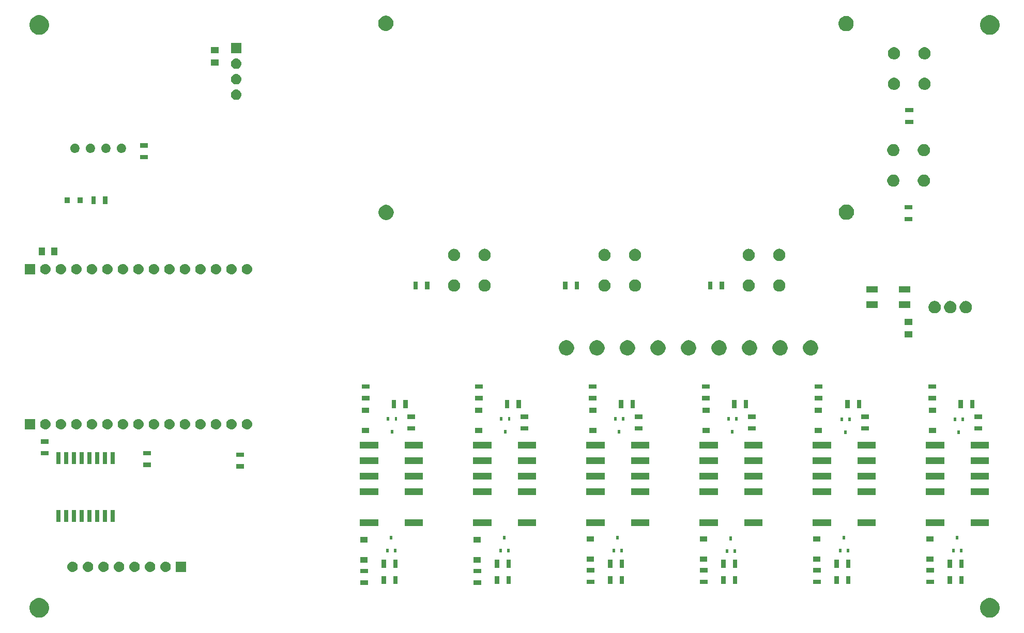
<source format=gbr>
G04 #@! TF.GenerationSoftware,KiCad,Pcbnew,(5.0.2)-1*
G04 #@! TF.CreationDate,2019-02-25T14:42:47-06:00*
G04 #@! TF.ProjectId,OpenThermostat,4f70656e-5468-4657-926d-6f737461742e,rev?*
G04 #@! TF.SameCoordinates,Original*
G04 #@! TF.FileFunction,Soldermask,Top*
G04 #@! TF.FilePolarity,Negative*
%FSLAX46Y46*%
G04 Gerber Fmt 4.6, Leading zero omitted, Abs format (unit mm)*
G04 Created by KiCad (PCBNEW (5.0.2)-1) date 2/25/2019 2:42:47 PM*
%MOMM*%
%LPD*%
G01*
G04 APERTURE LIST*
%ADD10C,0.100000*%
G04 APERTURE END LIST*
D10*
G36*
X210651703Y-154798486D02*
X210942883Y-154919097D01*
X211204944Y-155094201D01*
X211427799Y-155317056D01*
X211602903Y-155579117D01*
X211723514Y-155870297D01*
X211785000Y-156179412D01*
X211785000Y-156494588D01*
X211723514Y-156803703D01*
X211602903Y-157094883D01*
X211427799Y-157356944D01*
X211204944Y-157579799D01*
X210942883Y-157754903D01*
X210651703Y-157875514D01*
X210342588Y-157937000D01*
X210027412Y-157937000D01*
X209718297Y-157875514D01*
X209427117Y-157754903D01*
X209165056Y-157579799D01*
X208942201Y-157356944D01*
X208767097Y-157094883D01*
X208646486Y-156803703D01*
X208585000Y-156494588D01*
X208585000Y-156179412D01*
X208646486Y-155870297D01*
X208767097Y-155579117D01*
X208942201Y-155317056D01*
X209165056Y-155094201D01*
X209427117Y-154919097D01*
X209718297Y-154798486D01*
X210027412Y-154737000D01*
X210342588Y-154737000D01*
X210651703Y-154798486D01*
X210651703Y-154798486D01*
G37*
G36*
X54949703Y-154798486D02*
X55240883Y-154919097D01*
X55502944Y-155094201D01*
X55725799Y-155317056D01*
X55900903Y-155579117D01*
X56021514Y-155870297D01*
X56083000Y-156179412D01*
X56083000Y-156494588D01*
X56021514Y-156803703D01*
X55900903Y-157094883D01*
X55725799Y-157356944D01*
X55502944Y-157579799D01*
X55240883Y-157754903D01*
X54949703Y-157875514D01*
X54640588Y-157937000D01*
X54325412Y-157937000D01*
X54016297Y-157875514D01*
X53725117Y-157754903D01*
X53463056Y-157579799D01*
X53240201Y-157356944D01*
X53065097Y-157094883D01*
X52944486Y-156803703D01*
X52883000Y-156494588D01*
X52883000Y-156179412D01*
X52944486Y-155870297D01*
X53065097Y-155579117D01*
X53240201Y-155317056D01*
X53463056Y-155094201D01*
X53725117Y-154919097D01*
X54016297Y-154798486D01*
X54325412Y-154737000D01*
X54640588Y-154737000D01*
X54949703Y-154798486D01*
X54949703Y-154798486D01*
G37*
G36*
X126888000Y-152557000D02*
X125588000Y-152557000D01*
X125588000Y-151857000D01*
X126888000Y-151857000D01*
X126888000Y-152557000D01*
X126888000Y-152557000D01*
G37*
G36*
X108346000Y-152557000D02*
X107046000Y-152557000D01*
X107046000Y-151857000D01*
X108346000Y-151857000D01*
X108346000Y-152557000D01*
X108346000Y-152557000D01*
G37*
G36*
X182514000Y-152430000D02*
X181214000Y-152430000D01*
X181214000Y-151730000D01*
X182514000Y-151730000D01*
X182514000Y-152430000D01*
X182514000Y-152430000D01*
G37*
G36*
X201056000Y-152430000D02*
X199756000Y-152430000D01*
X199756000Y-151730000D01*
X201056000Y-151730000D01*
X201056000Y-152430000D01*
X201056000Y-152430000D01*
G37*
G36*
X145430000Y-152430000D02*
X144130000Y-152430000D01*
X144130000Y-151730000D01*
X145430000Y-151730000D01*
X145430000Y-152430000D01*
X145430000Y-152430000D01*
G37*
G36*
X163972000Y-152430000D02*
X162672000Y-152430000D01*
X162672000Y-151730000D01*
X163972000Y-151730000D01*
X163972000Y-152430000D01*
X163972000Y-152430000D01*
G37*
G36*
X129829000Y-152415000D02*
X129129000Y-152415000D01*
X129129000Y-151115000D01*
X129829000Y-151115000D01*
X129829000Y-152415000D01*
X129829000Y-152415000D01*
G37*
G36*
X166913000Y-152415000D02*
X166213000Y-152415000D01*
X166213000Y-151115000D01*
X166913000Y-151115000D01*
X166913000Y-152415000D01*
X166913000Y-152415000D01*
G37*
G36*
X168813000Y-152415000D02*
X168113000Y-152415000D01*
X168113000Y-151115000D01*
X168813000Y-151115000D01*
X168813000Y-152415000D01*
X168813000Y-152415000D01*
G37*
G36*
X150271000Y-152415000D02*
X149571000Y-152415000D01*
X149571000Y-151115000D01*
X150271000Y-151115000D01*
X150271000Y-152415000D01*
X150271000Y-152415000D01*
G37*
G36*
X203997000Y-152415000D02*
X203297000Y-152415000D01*
X203297000Y-151115000D01*
X203997000Y-151115000D01*
X203997000Y-152415000D01*
X203997000Y-152415000D01*
G37*
G36*
X205897000Y-152415000D02*
X205197000Y-152415000D01*
X205197000Y-151115000D01*
X205897000Y-151115000D01*
X205897000Y-152415000D01*
X205897000Y-152415000D01*
G37*
G36*
X187355000Y-152415000D02*
X186655000Y-152415000D01*
X186655000Y-151115000D01*
X187355000Y-151115000D01*
X187355000Y-152415000D01*
X187355000Y-152415000D01*
G37*
G36*
X185455000Y-152415000D02*
X184755000Y-152415000D01*
X184755000Y-151115000D01*
X185455000Y-151115000D01*
X185455000Y-152415000D01*
X185455000Y-152415000D01*
G37*
G36*
X131729000Y-152415000D02*
X131029000Y-152415000D01*
X131029000Y-151115000D01*
X131729000Y-151115000D01*
X131729000Y-152415000D01*
X131729000Y-152415000D01*
G37*
G36*
X111287000Y-152415000D02*
X110587000Y-152415000D01*
X110587000Y-151115000D01*
X111287000Y-151115000D01*
X111287000Y-152415000D01*
X111287000Y-152415000D01*
G37*
G36*
X148371000Y-152415000D02*
X147671000Y-152415000D01*
X147671000Y-151115000D01*
X148371000Y-151115000D01*
X148371000Y-152415000D01*
X148371000Y-152415000D01*
G37*
G36*
X113187000Y-152415000D02*
X112487000Y-152415000D01*
X112487000Y-151115000D01*
X113187000Y-151115000D01*
X113187000Y-152415000D01*
X113187000Y-152415000D01*
G37*
G36*
X126888000Y-150657000D02*
X125588000Y-150657000D01*
X125588000Y-149957000D01*
X126888000Y-149957000D01*
X126888000Y-150657000D01*
X126888000Y-150657000D01*
G37*
G36*
X108346000Y-150657000D02*
X107046000Y-150657000D01*
X107046000Y-149957000D01*
X108346000Y-149957000D01*
X108346000Y-150657000D01*
X108346000Y-150657000D01*
G37*
G36*
X182514000Y-150530000D02*
X181214000Y-150530000D01*
X181214000Y-149830000D01*
X182514000Y-149830000D01*
X182514000Y-150530000D01*
X182514000Y-150530000D01*
G37*
G36*
X201056000Y-150530000D02*
X199756000Y-150530000D01*
X199756000Y-149830000D01*
X201056000Y-149830000D01*
X201056000Y-150530000D01*
X201056000Y-150530000D01*
G37*
G36*
X145430000Y-150530000D02*
X144130000Y-150530000D01*
X144130000Y-149830000D01*
X145430000Y-149830000D01*
X145430000Y-150530000D01*
X145430000Y-150530000D01*
G37*
G36*
X163972000Y-150530000D02*
X162672000Y-150530000D01*
X162672000Y-149830000D01*
X163972000Y-149830000D01*
X163972000Y-150530000D01*
X163972000Y-150530000D01*
G37*
G36*
X67730630Y-148768299D02*
X67890855Y-148816903D01*
X68038520Y-148895831D01*
X68167949Y-149002051D01*
X68274169Y-149131480D01*
X68353097Y-149279145D01*
X68401701Y-149439370D01*
X68418112Y-149606000D01*
X68401701Y-149772630D01*
X68353097Y-149932855D01*
X68274169Y-150080520D01*
X68167949Y-150209949D01*
X68038520Y-150316169D01*
X67890855Y-150395097D01*
X67730630Y-150443701D01*
X67605752Y-150456000D01*
X67522248Y-150456000D01*
X67397370Y-150443701D01*
X67237145Y-150395097D01*
X67089480Y-150316169D01*
X66960051Y-150209949D01*
X66853831Y-150080520D01*
X66774903Y-149932855D01*
X66726299Y-149772630D01*
X66709888Y-149606000D01*
X66726299Y-149439370D01*
X66774903Y-149279145D01*
X66853831Y-149131480D01*
X66960051Y-149002051D01*
X67089480Y-148895831D01*
X67237145Y-148816903D01*
X67397370Y-148768299D01*
X67522248Y-148756000D01*
X67605752Y-148756000D01*
X67730630Y-148768299D01*
X67730630Y-148768299D01*
G37*
G36*
X62650630Y-148768299D02*
X62810855Y-148816903D01*
X62958520Y-148895831D01*
X63087949Y-149002051D01*
X63194169Y-149131480D01*
X63273097Y-149279145D01*
X63321701Y-149439370D01*
X63338112Y-149606000D01*
X63321701Y-149772630D01*
X63273097Y-149932855D01*
X63194169Y-150080520D01*
X63087949Y-150209949D01*
X62958520Y-150316169D01*
X62810855Y-150395097D01*
X62650630Y-150443701D01*
X62525752Y-150456000D01*
X62442248Y-150456000D01*
X62317370Y-150443701D01*
X62157145Y-150395097D01*
X62009480Y-150316169D01*
X61880051Y-150209949D01*
X61773831Y-150080520D01*
X61694903Y-149932855D01*
X61646299Y-149772630D01*
X61629888Y-149606000D01*
X61646299Y-149439370D01*
X61694903Y-149279145D01*
X61773831Y-149131480D01*
X61880051Y-149002051D01*
X62009480Y-148895831D01*
X62157145Y-148816903D01*
X62317370Y-148768299D01*
X62442248Y-148756000D01*
X62525752Y-148756000D01*
X62650630Y-148768299D01*
X62650630Y-148768299D01*
G37*
G36*
X60110630Y-148768299D02*
X60270855Y-148816903D01*
X60418520Y-148895831D01*
X60547949Y-149002051D01*
X60654169Y-149131480D01*
X60733097Y-149279145D01*
X60781701Y-149439370D01*
X60798112Y-149606000D01*
X60781701Y-149772630D01*
X60733097Y-149932855D01*
X60654169Y-150080520D01*
X60547949Y-150209949D01*
X60418520Y-150316169D01*
X60270855Y-150395097D01*
X60110630Y-150443701D01*
X59985752Y-150456000D01*
X59902248Y-150456000D01*
X59777370Y-150443701D01*
X59617145Y-150395097D01*
X59469480Y-150316169D01*
X59340051Y-150209949D01*
X59233831Y-150080520D01*
X59154903Y-149932855D01*
X59106299Y-149772630D01*
X59089888Y-149606000D01*
X59106299Y-149439370D01*
X59154903Y-149279145D01*
X59233831Y-149131480D01*
X59340051Y-149002051D01*
X59469480Y-148895831D01*
X59617145Y-148816903D01*
X59777370Y-148768299D01*
X59902248Y-148756000D01*
X59985752Y-148756000D01*
X60110630Y-148768299D01*
X60110630Y-148768299D01*
G37*
G36*
X65190630Y-148768299D02*
X65350855Y-148816903D01*
X65498520Y-148895831D01*
X65627949Y-149002051D01*
X65734169Y-149131480D01*
X65813097Y-149279145D01*
X65861701Y-149439370D01*
X65878112Y-149606000D01*
X65861701Y-149772630D01*
X65813097Y-149932855D01*
X65734169Y-150080520D01*
X65627949Y-150209949D01*
X65498520Y-150316169D01*
X65350855Y-150395097D01*
X65190630Y-150443701D01*
X65065752Y-150456000D01*
X64982248Y-150456000D01*
X64857370Y-150443701D01*
X64697145Y-150395097D01*
X64549480Y-150316169D01*
X64420051Y-150209949D01*
X64313831Y-150080520D01*
X64234903Y-149932855D01*
X64186299Y-149772630D01*
X64169888Y-149606000D01*
X64186299Y-149439370D01*
X64234903Y-149279145D01*
X64313831Y-149131480D01*
X64420051Y-149002051D01*
X64549480Y-148895831D01*
X64697145Y-148816903D01*
X64857370Y-148768299D01*
X64982248Y-148756000D01*
X65065752Y-148756000D01*
X65190630Y-148768299D01*
X65190630Y-148768299D01*
G37*
G36*
X70270630Y-148768299D02*
X70430855Y-148816903D01*
X70578520Y-148895831D01*
X70707949Y-149002051D01*
X70814169Y-149131480D01*
X70893097Y-149279145D01*
X70941701Y-149439370D01*
X70958112Y-149606000D01*
X70941701Y-149772630D01*
X70893097Y-149932855D01*
X70814169Y-150080520D01*
X70707949Y-150209949D01*
X70578520Y-150316169D01*
X70430855Y-150395097D01*
X70270630Y-150443701D01*
X70145752Y-150456000D01*
X70062248Y-150456000D01*
X69937370Y-150443701D01*
X69777145Y-150395097D01*
X69629480Y-150316169D01*
X69500051Y-150209949D01*
X69393831Y-150080520D01*
X69314903Y-149932855D01*
X69266299Y-149772630D01*
X69249888Y-149606000D01*
X69266299Y-149439370D01*
X69314903Y-149279145D01*
X69393831Y-149131480D01*
X69500051Y-149002051D01*
X69629480Y-148895831D01*
X69777145Y-148816903D01*
X69937370Y-148768299D01*
X70062248Y-148756000D01*
X70145752Y-148756000D01*
X70270630Y-148768299D01*
X70270630Y-148768299D01*
G37*
G36*
X72810630Y-148768299D02*
X72970855Y-148816903D01*
X73118520Y-148895831D01*
X73247949Y-149002051D01*
X73354169Y-149131480D01*
X73433097Y-149279145D01*
X73481701Y-149439370D01*
X73498112Y-149606000D01*
X73481701Y-149772630D01*
X73433097Y-149932855D01*
X73354169Y-150080520D01*
X73247949Y-150209949D01*
X73118520Y-150316169D01*
X72970855Y-150395097D01*
X72810630Y-150443701D01*
X72685752Y-150456000D01*
X72602248Y-150456000D01*
X72477370Y-150443701D01*
X72317145Y-150395097D01*
X72169480Y-150316169D01*
X72040051Y-150209949D01*
X71933831Y-150080520D01*
X71854903Y-149932855D01*
X71806299Y-149772630D01*
X71789888Y-149606000D01*
X71806299Y-149439370D01*
X71854903Y-149279145D01*
X71933831Y-149131480D01*
X72040051Y-149002051D01*
X72169480Y-148895831D01*
X72317145Y-148816903D01*
X72477370Y-148768299D01*
X72602248Y-148756000D01*
X72685752Y-148756000D01*
X72810630Y-148768299D01*
X72810630Y-148768299D01*
G37*
G36*
X75350630Y-148768299D02*
X75510855Y-148816903D01*
X75658520Y-148895831D01*
X75787949Y-149002051D01*
X75894169Y-149131480D01*
X75973097Y-149279145D01*
X76021701Y-149439370D01*
X76038112Y-149606000D01*
X76021701Y-149772630D01*
X75973097Y-149932855D01*
X75894169Y-150080520D01*
X75787949Y-150209949D01*
X75658520Y-150316169D01*
X75510855Y-150395097D01*
X75350630Y-150443701D01*
X75225752Y-150456000D01*
X75142248Y-150456000D01*
X75017370Y-150443701D01*
X74857145Y-150395097D01*
X74709480Y-150316169D01*
X74580051Y-150209949D01*
X74473831Y-150080520D01*
X74394903Y-149932855D01*
X74346299Y-149772630D01*
X74329888Y-149606000D01*
X74346299Y-149439370D01*
X74394903Y-149279145D01*
X74473831Y-149131480D01*
X74580051Y-149002051D01*
X74709480Y-148895831D01*
X74857145Y-148816903D01*
X75017370Y-148768299D01*
X75142248Y-148756000D01*
X75225752Y-148756000D01*
X75350630Y-148768299D01*
X75350630Y-148768299D01*
G37*
G36*
X78574000Y-150456000D02*
X76874000Y-150456000D01*
X76874000Y-148756000D01*
X78574000Y-148756000D01*
X78574000Y-150456000D01*
X78574000Y-150456000D01*
G37*
G36*
X148371000Y-149748000D02*
X147671000Y-149748000D01*
X147671000Y-148448000D01*
X148371000Y-148448000D01*
X148371000Y-149748000D01*
X148371000Y-149748000D01*
G37*
G36*
X187355000Y-149748000D02*
X186655000Y-149748000D01*
X186655000Y-148448000D01*
X187355000Y-148448000D01*
X187355000Y-149748000D01*
X187355000Y-149748000D01*
G37*
G36*
X185455000Y-149748000D02*
X184755000Y-149748000D01*
X184755000Y-148448000D01*
X185455000Y-148448000D01*
X185455000Y-149748000D01*
X185455000Y-149748000D01*
G37*
G36*
X203997000Y-149748000D02*
X203297000Y-149748000D01*
X203297000Y-148448000D01*
X203997000Y-148448000D01*
X203997000Y-149748000D01*
X203997000Y-149748000D01*
G37*
G36*
X205897000Y-149748000D02*
X205197000Y-149748000D01*
X205197000Y-148448000D01*
X205897000Y-148448000D01*
X205897000Y-149748000D01*
X205897000Y-149748000D01*
G37*
G36*
X150271000Y-149748000D02*
X149571000Y-149748000D01*
X149571000Y-148448000D01*
X150271000Y-148448000D01*
X150271000Y-149748000D01*
X150271000Y-149748000D01*
G37*
G36*
X166913000Y-149748000D02*
X166213000Y-149748000D01*
X166213000Y-148448000D01*
X166913000Y-148448000D01*
X166913000Y-149748000D01*
X166913000Y-149748000D01*
G37*
G36*
X168813000Y-149748000D02*
X168113000Y-149748000D01*
X168113000Y-148448000D01*
X168813000Y-148448000D01*
X168813000Y-149748000D01*
X168813000Y-149748000D01*
G37*
G36*
X131729000Y-149748000D02*
X131029000Y-149748000D01*
X131029000Y-148448000D01*
X131729000Y-148448000D01*
X131729000Y-149748000D01*
X131729000Y-149748000D01*
G37*
G36*
X111287000Y-149748000D02*
X110587000Y-149748000D01*
X110587000Y-148448000D01*
X111287000Y-148448000D01*
X111287000Y-149748000D01*
X111287000Y-149748000D01*
G37*
G36*
X113187000Y-149748000D02*
X112487000Y-149748000D01*
X112487000Y-148448000D01*
X113187000Y-148448000D01*
X113187000Y-149748000D01*
X113187000Y-149748000D01*
G37*
G36*
X129829000Y-149748000D02*
X129129000Y-149748000D01*
X129129000Y-148448000D01*
X129829000Y-148448000D01*
X129829000Y-149748000D01*
X129829000Y-149748000D01*
G37*
G36*
X126838000Y-148912000D02*
X125638000Y-148912000D01*
X125638000Y-148012000D01*
X126838000Y-148012000D01*
X126838000Y-148912000D01*
X126838000Y-148912000D01*
G37*
G36*
X108296000Y-148912000D02*
X107096000Y-148912000D01*
X107096000Y-148012000D01*
X108296000Y-148012000D01*
X108296000Y-148912000D01*
X108296000Y-148912000D01*
G37*
G36*
X182464000Y-148785000D02*
X181264000Y-148785000D01*
X181264000Y-147885000D01*
X182464000Y-147885000D01*
X182464000Y-148785000D01*
X182464000Y-148785000D01*
G37*
G36*
X145380000Y-148785000D02*
X144180000Y-148785000D01*
X144180000Y-147885000D01*
X145380000Y-147885000D01*
X145380000Y-148785000D01*
X145380000Y-148785000D01*
G37*
G36*
X163922000Y-148785000D02*
X162722000Y-148785000D01*
X162722000Y-147885000D01*
X163922000Y-147885000D01*
X163922000Y-148785000D01*
X163922000Y-148785000D01*
G37*
G36*
X201006000Y-148785000D02*
X199806000Y-148785000D01*
X199806000Y-147885000D01*
X201006000Y-147885000D01*
X201006000Y-148785000D01*
X201006000Y-148785000D01*
G37*
G36*
X168617000Y-147366000D02*
X168217000Y-147366000D01*
X168217000Y-146766000D01*
X168617000Y-146766000D01*
X168617000Y-147366000D01*
X168617000Y-147366000D01*
G37*
G36*
X167317000Y-147366000D02*
X166917000Y-147366000D01*
X166917000Y-146766000D01*
X167317000Y-146766000D01*
X167317000Y-147366000D01*
X167317000Y-147366000D01*
G37*
G36*
X148775000Y-147239000D02*
X148375000Y-147239000D01*
X148375000Y-146639000D01*
X148775000Y-146639000D01*
X148775000Y-147239000D01*
X148775000Y-147239000D01*
G37*
G36*
X187159000Y-147239000D02*
X186759000Y-147239000D01*
X186759000Y-146639000D01*
X187159000Y-146639000D01*
X187159000Y-147239000D01*
X187159000Y-147239000D01*
G37*
G36*
X204401000Y-147239000D02*
X204001000Y-147239000D01*
X204001000Y-146639000D01*
X204401000Y-146639000D01*
X204401000Y-147239000D01*
X204401000Y-147239000D01*
G37*
G36*
X205701000Y-147239000D02*
X205301000Y-147239000D01*
X205301000Y-146639000D01*
X205701000Y-146639000D01*
X205701000Y-147239000D01*
X205701000Y-147239000D01*
G37*
G36*
X150075000Y-147239000D02*
X149675000Y-147239000D01*
X149675000Y-146639000D01*
X150075000Y-146639000D01*
X150075000Y-147239000D01*
X150075000Y-147239000D01*
G37*
G36*
X131533000Y-147239000D02*
X131133000Y-147239000D01*
X131133000Y-146639000D01*
X131533000Y-146639000D01*
X131533000Y-147239000D01*
X131533000Y-147239000D01*
G37*
G36*
X130233000Y-147239000D02*
X129833000Y-147239000D01*
X129833000Y-146639000D01*
X130233000Y-146639000D01*
X130233000Y-147239000D01*
X130233000Y-147239000D01*
G37*
G36*
X112991000Y-147239000D02*
X112591000Y-147239000D01*
X112591000Y-146639000D01*
X112991000Y-146639000D01*
X112991000Y-147239000D01*
X112991000Y-147239000D01*
G37*
G36*
X111691000Y-147239000D02*
X111291000Y-147239000D01*
X111291000Y-146639000D01*
X111691000Y-146639000D01*
X111691000Y-147239000D01*
X111691000Y-147239000D01*
G37*
G36*
X185859000Y-147239000D02*
X185459000Y-147239000D01*
X185459000Y-146639000D01*
X185859000Y-146639000D01*
X185859000Y-147239000D01*
X185859000Y-147239000D01*
G37*
G36*
X126838000Y-145612000D02*
X125638000Y-145612000D01*
X125638000Y-144712000D01*
X126838000Y-144712000D01*
X126838000Y-145612000D01*
X126838000Y-145612000D01*
G37*
G36*
X108296000Y-145612000D02*
X107096000Y-145612000D01*
X107096000Y-144712000D01*
X108296000Y-144712000D01*
X108296000Y-145612000D01*
X108296000Y-145612000D01*
G37*
G36*
X201006000Y-145485000D02*
X199806000Y-145485000D01*
X199806000Y-144585000D01*
X201006000Y-144585000D01*
X201006000Y-145485000D01*
X201006000Y-145485000D01*
G37*
G36*
X145380000Y-145485000D02*
X144180000Y-145485000D01*
X144180000Y-144585000D01*
X145380000Y-144585000D01*
X145380000Y-145485000D01*
X145380000Y-145485000D01*
G37*
G36*
X163922000Y-145485000D02*
X162722000Y-145485000D01*
X162722000Y-144585000D01*
X163922000Y-144585000D01*
X163922000Y-145485000D01*
X163922000Y-145485000D01*
G37*
G36*
X182464000Y-145485000D02*
X181264000Y-145485000D01*
X181264000Y-144585000D01*
X182464000Y-144585000D01*
X182464000Y-145485000D01*
X182464000Y-145485000D01*
G37*
G36*
X167967000Y-145266000D02*
X167567000Y-145266000D01*
X167567000Y-144666000D01*
X167967000Y-144666000D01*
X167967000Y-145266000D01*
X167967000Y-145266000D01*
G37*
G36*
X149425000Y-145139000D02*
X149025000Y-145139000D01*
X149025000Y-144539000D01*
X149425000Y-144539000D01*
X149425000Y-145139000D01*
X149425000Y-145139000D01*
G37*
G36*
X186509000Y-145139000D02*
X186109000Y-145139000D01*
X186109000Y-144539000D01*
X186509000Y-144539000D01*
X186509000Y-145139000D01*
X186509000Y-145139000D01*
G37*
G36*
X130883000Y-145139000D02*
X130483000Y-145139000D01*
X130483000Y-144539000D01*
X130883000Y-144539000D01*
X130883000Y-145139000D01*
X130883000Y-145139000D01*
G37*
G36*
X205051000Y-145139000D02*
X204651000Y-145139000D01*
X204651000Y-144539000D01*
X205051000Y-144539000D01*
X205051000Y-145139000D01*
X205051000Y-145139000D01*
G37*
G36*
X112341000Y-145139000D02*
X111941000Y-145139000D01*
X111941000Y-144539000D01*
X112341000Y-144539000D01*
X112341000Y-145139000D01*
X112341000Y-145139000D01*
G37*
G36*
X135866000Y-142922000D02*
X132866000Y-142922000D01*
X132866000Y-141812000D01*
X135866000Y-141812000D01*
X135866000Y-142922000D01*
X135866000Y-142922000D01*
G37*
G36*
X154408000Y-142922000D02*
X151408000Y-142922000D01*
X151408000Y-141812000D01*
X154408000Y-141812000D01*
X154408000Y-142922000D01*
X154408000Y-142922000D01*
G37*
G36*
X147118000Y-142922000D02*
X144118000Y-142922000D01*
X144118000Y-141812000D01*
X147118000Y-141812000D01*
X147118000Y-142922000D01*
X147118000Y-142922000D01*
G37*
G36*
X165660000Y-142922000D02*
X162660000Y-142922000D01*
X162660000Y-141812000D01*
X165660000Y-141812000D01*
X165660000Y-142922000D01*
X165660000Y-142922000D01*
G37*
G36*
X172950000Y-142922000D02*
X169950000Y-142922000D01*
X169950000Y-141812000D01*
X172950000Y-141812000D01*
X172950000Y-142922000D01*
X172950000Y-142922000D01*
G37*
G36*
X117324000Y-142922000D02*
X114324000Y-142922000D01*
X114324000Y-141812000D01*
X117324000Y-141812000D01*
X117324000Y-142922000D01*
X117324000Y-142922000D01*
G37*
G36*
X128576000Y-142922000D02*
X125576000Y-142922000D01*
X125576000Y-141812000D01*
X128576000Y-141812000D01*
X128576000Y-142922000D01*
X128576000Y-142922000D01*
G37*
G36*
X184202000Y-142922000D02*
X181202000Y-142922000D01*
X181202000Y-141812000D01*
X184202000Y-141812000D01*
X184202000Y-142922000D01*
X184202000Y-142922000D01*
G37*
G36*
X191492000Y-142922000D02*
X188492000Y-142922000D01*
X188492000Y-141812000D01*
X191492000Y-141812000D01*
X191492000Y-142922000D01*
X191492000Y-142922000D01*
G37*
G36*
X202744000Y-142922000D02*
X199744000Y-142922000D01*
X199744000Y-141812000D01*
X202744000Y-141812000D01*
X202744000Y-142922000D01*
X202744000Y-142922000D01*
G37*
G36*
X110034000Y-142922000D02*
X107034000Y-142922000D01*
X107034000Y-141812000D01*
X110034000Y-141812000D01*
X110034000Y-142922000D01*
X110034000Y-142922000D01*
G37*
G36*
X210034000Y-142922000D02*
X207034000Y-142922000D01*
X207034000Y-141812000D01*
X210034000Y-141812000D01*
X210034000Y-142922000D01*
X210034000Y-142922000D01*
G37*
G36*
X57983000Y-142225000D02*
X57333000Y-142225000D01*
X57333000Y-140275000D01*
X57983000Y-140275000D01*
X57983000Y-142225000D01*
X57983000Y-142225000D01*
G37*
G36*
X59253000Y-142225000D02*
X58603000Y-142225000D01*
X58603000Y-140275000D01*
X59253000Y-140275000D01*
X59253000Y-142225000D01*
X59253000Y-142225000D01*
G37*
G36*
X60523000Y-142225000D02*
X59873000Y-142225000D01*
X59873000Y-140275000D01*
X60523000Y-140275000D01*
X60523000Y-142225000D01*
X60523000Y-142225000D01*
G37*
G36*
X61793000Y-142225000D02*
X61143000Y-142225000D01*
X61143000Y-140275000D01*
X61793000Y-140275000D01*
X61793000Y-142225000D01*
X61793000Y-142225000D01*
G37*
G36*
X63063000Y-142225000D02*
X62413000Y-142225000D01*
X62413000Y-140275000D01*
X63063000Y-140275000D01*
X63063000Y-142225000D01*
X63063000Y-142225000D01*
G37*
G36*
X64333000Y-142225000D02*
X63683000Y-142225000D01*
X63683000Y-140275000D01*
X64333000Y-140275000D01*
X64333000Y-142225000D01*
X64333000Y-142225000D01*
G37*
G36*
X65603000Y-142225000D02*
X64953000Y-142225000D01*
X64953000Y-140275000D01*
X65603000Y-140275000D01*
X65603000Y-142225000D01*
X65603000Y-142225000D01*
G37*
G36*
X66873000Y-142225000D02*
X66223000Y-142225000D01*
X66223000Y-140275000D01*
X66873000Y-140275000D01*
X66873000Y-142225000D01*
X66873000Y-142225000D01*
G37*
G36*
X210034000Y-137842000D02*
X207034000Y-137842000D01*
X207034000Y-136732000D01*
X210034000Y-136732000D01*
X210034000Y-137842000D01*
X210034000Y-137842000D01*
G37*
G36*
X202744000Y-137842000D02*
X199744000Y-137842000D01*
X199744000Y-136732000D01*
X202744000Y-136732000D01*
X202744000Y-137842000D01*
X202744000Y-137842000D01*
G37*
G36*
X184202000Y-137842000D02*
X181202000Y-137842000D01*
X181202000Y-136732000D01*
X184202000Y-136732000D01*
X184202000Y-137842000D01*
X184202000Y-137842000D01*
G37*
G36*
X147118000Y-137842000D02*
X144118000Y-137842000D01*
X144118000Y-136732000D01*
X147118000Y-136732000D01*
X147118000Y-137842000D01*
X147118000Y-137842000D01*
G37*
G36*
X154408000Y-137842000D02*
X151408000Y-137842000D01*
X151408000Y-136732000D01*
X154408000Y-136732000D01*
X154408000Y-137842000D01*
X154408000Y-137842000D01*
G37*
G36*
X128576000Y-137842000D02*
X125576000Y-137842000D01*
X125576000Y-136732000D01*
X128576000Y-136732000D01*
X128576000Y-137842000D01*
X128576000Y-137842000D01*
G37*
G36*
X172950000Y-137842000D02*
X169950000Y-137842000D01*
X169950000Y-136732000D01*
X172950000Y-136732000D01*
X172950000Y-137842000D01*
X172950000Y-137842000D01*
G37*
G36*
X165660000Y-137842000D02*
X162660000Y-137842000D01*
X162660000Y-136732000D01*
X165660000Y-136732000D01*
X165660000Y-137842000D01*
X165660000Y-137842000D01*
G37*
G36*
X191492000Y-137842000D02*
X188492000Y-137842000D01*
X188492000Y-136732000D01*
X191492000Y-136732000D01*
X191492000Y-137842000D01*
X191492000Y-137842000D01*
G37*
G36*
X110034000Y-137842000D02*
X107034000Y-137842000D01*
X107034000Y-136732000D01*
X110034000Y-136732000D01*
X110034000Y-137842000D01*
X110034000Y-137842000D01*
G37*
G36*
X117324000Y-137842000D02*
X114324000Y-137842000D01*
X114324000Y-136732000D01*
X117324000Y-136732000D01*
X117324000Y-137842000D01*
X117324000Y-137842000D01*
G37*
G36*
X135866000Y-137842000D02*
X132866000Y-137842000D01*
X132866000Y-136732000D01*
X135866000Y-136732000D01*
X135866000Y-137842000D01*
X135866000Y-137842000D01*
G37*
G36*
X191492000Y-135302000D02*
X188492000Y-135302000D01*
X188492000Y-134192000D01*
X191492000Y-134192000D01*
X191492000Y-135302000D01*
X191492000Y-135302000D01*
G37*
G36*
X147118000Y-135302000D02*
X144118000Y-135302000D01*
X144118000Y-134192000D01*
X147118000Y-134192000D01*
X147118000Y-135302000D01*
X147118000Y-135302000D01*
G37*
G36*
X154408000Y-135302000D02*
X151408000Y-135302000D01*
X151408000Y-134192000D01*
X154408000Y-134192000D01*
X154408000Y-135302000D01*
X154408000Y-135302000D01*
G37*
G36*
X165660000Y-135302000D02*
X162660000Y-135302000D01*
X162660000Y-134192000D01*
X165660000Y-134192000D01*
X165660000Y-135302000D01*
X165660000Y-135302000D01*
G37*
G36*
X172950000Y-135302000D02*
X169950000Y-135302000D01*
X169950000Y-134192000D01*
X172950000Y-134192000D01*
X172950000Y-135302000D01*
X172950000Y-135302000D01*
G37*
G36*
X184202000Y-135302000D02*
X181202000Y-135302000D01*
X181202000Y-134192000D01*
X184202000Y-134192000D01*
X184202000Y-135302000D01*
X184202000Y-135302000D01*
G37*
G36*
X202744000Y-135302000D02*
X199744000Y-135302000D01*
X199744000Y-134192000D01*
X202744000Y-134192000D01*
X202744000Y-135302000D01*
X202744000Y-135302000D01*
G37*
G36*
X117324000Y-135302000D02*
X114324000Y-135302000D01*
X114324000Y-134192000D01*
X117324000Y-134192000D01*
X117324000Y-135302000D01*
X117324000Y-135302000D01*
G37*
G36*
X110034000Y-135302000D02*
X107034000Y-135302000D01*
X107034000Y-134192000D01*
X110034000Y-134192000D01*
X110034000Y-135302000D01*
X110034000Y-135302000D01*
G37*
G36*
X135866000Y-135302000D02*
X132866000Y-135302000D01*
X132866000Y-134192000D01*
X135866000Y-134192000D01*
X135866000Y-135302000D01*
X135866000Y-135302000D01*
G37*
G36*
X210034000Y-135302000D02*
X207034000Y-135302000D01*
X207034000Y-134192000D01*
X210034000Y-134192000D01*
X210034000Y-135302000D01*
X210034000Y-135302000D01*
G37*
G36*
X128576000Y-135302000D02*
X125576000Y-135302000D01*
X125576000Y-134192000D01*
X128576000Y-134192000D01*
X128576000Y-135302000D01*
X128576000Y-135302000D01*
G37*
G36*
X88026000Y-133507000D02*
X86726000Y-133507000D01*
X86726000Y-132807000D01*
X88026000Y-132807000D01*
X88026000Y-133507000D01*
X88026000Y-133507000D01*
G37*
G36*
X72786000Y-133253000D02*
X71486000Y-133253000D01*
X71486000Y-132553000D01*
X72786000Y-132553000D01*
X72786000Y-133253000D01*
X72786000Y-133253000D01*
G37*
G36*
X61793000Y-132775000D02*
X61143000Y-132775000D01*
X61143000Y-130825000D01*
X61793000Y-130825000D01*
X61793000Y-132775000D01*
X61793000Y-132775000D01*
G37*
G36*
X66873000Y-132775000D02*
X66223000Y-132775000D01*
X66223000Y-130825000D01*
X66873000Y-130825000D01*
X66873000Y-132775000D01*
X66873000Y-132775000D01*
G37*
G36*
X63063000Y-132775000D02*
X62413000Y-132775000D01*
X62413000Y-130825000D01*
X63063000Y-130825000D01*
X63063000Y-132775000D01*
X63063000Y-132775000D01*
G37*
G36*
X59253000Y-132775000D02*
X58603000Y-132775000D01*
X58603000Y-130825000D01*
X59253000Y-130825000D01*
X59253000Y-132775000D01*
X59253000Y-132775000D01*
G37*
G36*
X65603000Y-132775000D02*
X64953000Y-132775000D01*
X64953000Y-130825000D01*
X65603000Y-130825000D01*
X65603000Y-132775000D01*
X65603000Y-132775000D01*
G37*
G36*
X64333000Y-132775000D02*
X63683000Y-132775000D01*
X63683000Y-130825000D01*
X64333000Y-130825000D01*
X64333000Y-132775000D01*
X64333000Y-132775000D01*
G37*
G36*
X57983000Y-132775000D02*
X57333000Y-132775000D01*
X57333000Y-130825000D01*
X57983000Y-130825000D01*
X57983000Y-132775000D01*
X57983000Y-132775000D01*
G37*
G36*
X60523000Y-132775000D02*
X59873000Y-132775000D01*
X59873000Y-130825000D01*
X60523000Y-130825000D01*
X60523000Y-132775000D01*
X60523000Y-132775000D01*
G37*
G36*
X110034000Y-132762000D02*
X107034000Y-132762000D01*
X107034000Y-131652000D01*
X110034000Y-131652000D01*
X110034000Y-132762000D01*
X110034000Y-132762000D01*
G37*
G36*
X154408000Y-132762000D02*
X151408000Y-132762000D01*
X151408000Y-131652000D01*
X154408000Y-131652000D01*
X154408000Y-132762000D01*
X154408000Y-132762000D01*
G37*
G36*
X191492000Y-132762000D02*
X188492000Y-132762000D01*
X188492000Y-131652000D01*
X191492000Y-131652000D01*
X191492000Y-132762000D01*
X191492000Y-132762000D01*
G37*
G36*
X165660000Y-132762000D02*
X162660000Y-132762000D01*
X162660000Y-131652000D01*
X165660000Y-131652000D01*
X165660000Y-132762000D01*
X165660000Y-132762000D01*
G37*
G36*
X135866000Y-132762000D02*
X132866000Y-132762000D01*
X132866000Y-131652000D01*
X135866000Y-131652000D01*
X135866000Y-132762000D01*
X135866000Y-132762000D01*
G37*
G36*
X117324000Y-132762000D02*
X114324000Y-132762000D01*
X114324000Y-131652000D01*
X117324000Y-131652000D01*
X117324000Y-132762000D01*
X117324000Y-132762000D01*
G37*
G36*
X184202000Y-132762000D02*
X181202000Y-132762000D01*
X181202000Y-131652000D01*
X184202000Y-131652000D01*
X184202000Y-132762000D01*
X184202000Y-132762000D01*
G37*
G36*
X172950000Y-132762000D02*
X169950000Y-132762000D01*
X169950000Y-131652000D01*
X172950000Y-131652000D01*
X172950000Y-132762000D01*
X172950000Y-132762000D01*
G37*
G36*
X128576000Y-132762000D02*
X125576000Y-132762000D01*
X125576000Y-131652000D01*
X128576000Y-131652000D01*
X128576000Y-132762000D01*
X128576000Y-132762000D01*
G37*
G36*
X147118000Y-132762000D02*
X144118000Y-132762000D01*
X144118000Y-131652000D01*
X147118000Y-131652000D01*
X147118000Y-132762000D01*
X147118000Y-132762000D01*
G37*
G36*
X202744000Y-132762000D02*
X199744000Y-132762000D01*
X199744000Y-131652000D01*
X202744000Y-131652000D01*
X202744000Y-132762000D01*
X202744000Y-132762000D01*
G37*
G36*
X210034000Y-132762000D02*
X207034000Y-132762000D01*
X207034000Y-131652000D01*
X210034000Y-131652000D01*
X210034000Y-132762000D01*
X210034000Y-132762000D01*
G37*
G36*
X88026000Y-131607000D02*
X86726000Y-131607000D01*
X86726000Y-130907000D01*
X88026000Y-130907000D01*
X88026000Y-131607000D01*
X88026000Y-131607000D01*
G37*
G36*
X72786000Y-131353000D02*
X71486000Y-131353000D01*
X71486000Y-130653000D01*
X72786000Y-130653000D01*
X72786000Y-131353000D01*
X72786000Y-131353000D01*
G37*
G36*
X56022000Y-131348000D02*
X54722000Y-131348000D01*
X54722000Y-130648000D01*
X56022000Y-130648000D01*
X56022000Y-131348000D01*
X56022000Y-131348000D01*
G37*
G36*
X135866000Y-130222000D02*
X132866000Y-130222000D01*
X132866000Y-129112000D01*
X135866000Y-129112000D01*
X135866000Y-130222000D01*
X135866000Y-130222000D01*
G37*
G36*
X128576000Y-130222000D02*
X125576000Y-130222000D01*
X125576000Y-129112000D01*
X128576000Y-129112000D01*
X128576000Y-130222000D01*
X128576000Y-130222000D01*
G37*
G36*
X117324000Y-130222000D02*
X114324000Y-130222000D01*
X114324000Y-129112000D01*
X117324000Y-129112000D01*
X117324000Y-130222000D01*
X117324000Y-130222000D01*
G37*
G36*
X110034000Y-130222000D02*
X107034000Y-130222000D01*
X107034000Y-129112000D01*
X110034000Y-129112000D01*
X110034000Y-130222000D01*
X110034000Y-130222000D01*
G37*
G36*
X172950000Y-130222000D02*
X169950000Y-130222000D01*
X169950000Y-129112000D01*
X172950000Y-129112000D01*
X172950000Y-130222000D01*
X172950000Y-130222000D01*
G37*
G36*
X184202000Y-130222000D02*
X181202000Y-130222000D01*
X181202000Y-129112000D01*
X184202000Y-129112000D01*
X184202000Y-130222000D01*
X184202000Y-130222000D01*
G37*
G36*
X210034000Y-130222000D02*
X207034000Y-130222000D01*
X207034000Y-129112000D01*
X210034000Y-129112000D01*
X210034000Y-130222000D01*
X210034000Y-130222000D01*
G37*
G36*
X202744000Y-130222000D02*
X199744000Y-130222000D01*
X199744000Y-129112000D01*
X202744000Y-129112000D01*
X202744000Y-130222000D01*
X202744000Y-130222000D01*
G37*
G36*
X191492000Y-130222000D02*
X188492000Y-130222000D01*
X188492000Y-129112000D01*
X191492000Y-129112000D01*
X191492000Y-130222000D01*
X191492000Y-130222000D01*
G37*
G36*
X154408000Y-130222000D02*
X151408000Y-130222000D01*
X151408000Y-129112000D01*
X154408000Y-129112000D01*
X154408000Y-130222000D01*
X154408000Y-130222000D01*
G37*
G36*
X147118000Y-130222000D02*
X144118000Y-130222000D01*
X144118000Y-129112000D01*
X147118000Y-129112000D01*
X147118000Y-130222000D01*
X147118000Y-130222000D01*
G37*
G36*
X165660000Y-130222000D02*
X162660000Y-130222000D01*
X162660000Y-129112000D01*
X165660000Y-129112000D01*
X165660000Y-130222000D01*
X165660000Y-130222000D01*
G37*
G36*
X56022000Y-129448000D02*
X54722000Y-129448000D01*
X54722000Y-128748000D01*
X56022000Y-128748000D01*
X56022000Y-129448000D01*
X56022000Y-129448000D01*
G37*
G36*
X205305000Y-127876000D02*
X204905000Y-127876000D01*
X204905000Y-127276000D01*
X205305000Y-127276000D01*
X205305000Y-127876000D01*
X205305000Y-127876000D01*
G37*
G36*
X186763000Y-127876000D02*
X186363000Y-127876000D01*
X186363000Y-127276000D01*
X186763000Y-127276000D01*
X186763000Y-127876000D01*
X186763000Y-127876000D01*
G37*
G36*
X149679000Y-127749000D02*
X149279000Y-127749000D01*
X149279000Y-127149000D01*
X149679000Y-127149000D01*
X149679000Y-127749000D01*
X149679000Y-127749000D01*
G37*
G36*
X168221000Y-127749000D02*
X167821000Y-127749000D01*
X167821000Y-127149000D01*
X168221000Y-127149000D01*
X168221000Y-127749000D01*
X168221000Y-127749000D01*
G37*
G36*
X112468000Y-127749000D02*
X112068000Y-127749000D01*
X112068000Y-127149000D01*
X112468000Y-127149000D01*
X112468000Y-127749000D01*
X112468000Y-127749000D01*
G37*
G36*
X131010000Y-127749000D02*
X130610000Y-127749000D01*
X130610000Y-127149000D01*
X131010000Y-127149000D01*
X131010000Y-127749000D01*
X131010000Y-127749000D01*
G37*
G36*
X164303000Y-127703000D02*
X163103000Y-127703000D01*
X163103000Y-126803000D01*
X164303000Y-126803000D01*
X164303000Y-127703000D01*
X164303000Y-127703000D01*
G37*
G36*
X127092000Y-127703000D02*
X125892000Y-127703000D01*
X125892000Y-126803000D01*
X127092000Y-126803000D01*
X127092000Y-127703000D01*
X127092000Y-127703000D01*
G37*
G36*
X201387000Y-127703000D02*
X200187000Y-127703000D01*
X200187000Y-126803000D01*
X201387000Y-126803000D01*
X201387000Y-127703000D01*
X201387000Y-127703000D01*
G37*
G36*
X108550000Y-127703000D02*
X107350000Y-127703000D01*
X107350000Y-126803000D01*
X108550000Y-126803000D01*
X108550000Y-127703000D01*
X108550000Y-127703000D01*
G37*
G36*
X145761000Y-127703000D02*
X144561000Y-127703000D01*
X144561000Y-126803000D01*
X145761000Y-126803000D01*
X145761000Y-127703000D01*
X145761000Y-127703000D01*
G37*
G36*
X182718000Y-127703000D02*
X181518000Y-127703000D01*
X181518000Y-126803000D01*
X182718000Y-126803000D01*
X182718000Y-127703000D01*
X182718000Y-127703000D01*
G37*
G36*
X190388000Y-127284000D02*
X189088000Y-127284000D01*
X189088000Y-126584000D01*
X190388000Y-126584000D01*
X190388000Y-127284000D01*
X190388000Y-127284000D01*
G37*
G36*
X171846000Y-127284000D02*
X170546000Y-127284000D01*
X170546000Y-126584000D01*
X171846000Y-126584000D01*
X171846000Y-127284000D01*
X171846000Y-127284000D01*
G37*
G36*
X153304000Y-127284000D02*
X152004000Y-127284000D01*
X152004000Y-126584000D01*
X153304000Y-126584000D01*
X153304000Y-127284000D01*
X153304000Y-127284000D01*
G37*
G36*
X134635000Y-127284000D02*
X133335000Y-127284000D01*
X133335000Y-126584000D01*
X134635000Y-126584000D01*
X134635000Y-127284000D01*
X134635000Y-127284000D01*
G37*
G36*
X116093000Y-127284000D02*
X114793000Y-127284000D01*
X114793000Y-126584000D01*
X116093000Y-126584000D01*
X116093000Y-127284000D01*
X116093000Y-127284000D01*
G37*
G36*
X208930000Y-127284000D02*
X207630000Y-127284000D01*
X207630000Y-126584000D01*
X208930000Y-126584000D01*
X208930000Y-127284000D01*
X208930000Y-127284000D01*
G37*
G36*
X70905630Y-125400299D02*
X71065855Y-125448903D01*
X71213520Y-125527831D01*
X71342949Y-125634051D01*
X71449169Y-125763480D01*
X71528097Y-125911145D01*
X71576701Y-126071370D01*
X71593112Y-126238000D01*
X71576701Y-126404630D01*
X71528097Y-126564855D01*
X71449169Y-126712520D01*
X71342949Y-126841949D01*
X71213520Y-126948169D01*
X71065855Y-127027097D01*
X70905630Y-127075701D01*
X70780752Y-127088000D01*
X70697248Y-127088000D01*
X70572370Y-127075701D01*
X70412145Y-127027097D01*
X70264480Y-126948169D01*
X70135051Y-126841949D01*
X70028831Y-126712520D01*
X69949903Y-126564855D01*
X69901299Y-126404630D01*
X69884888Y-126238000D01*
X69901299Y-126071370D01*
X69949903Y-125911145D01*
X70028831Y-125763480D01*
X70135051Y-125634051D01*
X70264480Y-125527831D01*
X70412145Y-125448903D01*
X70572370Y-125400299D01*
X70697248Y-125388000D01*
X70780752Y-125388000D01*
X70905630Y-125400299D01*
X70905630Y-125400299D01*
G37*
G36*
X55665630Y-125400299D02*
X55825855Y-125448903D01*
X55973520Y-125527831D01*
X56102949Y-125634051D01*
X56209169Y-125763480D01*
X56288097Y-125911145D01*
X56336701Y-126071370D01*
X56353112Y-126238000D01*
X56336701Y-126404630D01*
X56288097Y-126564855D01*
X56209169Y-126712520D01*
X56102949Y-126841949D01*
X55973520Y-126948169D01*
X55825855Y-127027097D01*
X55665630Y-127075701D01*
X55540752Y-127088000D01*
X55457248Y-127088000D01*
X55332370Y-127075701D01*
X55172145Y-127027097D01*
X55024480Y-126948169D01*
X54895051Y-126841949D01*
X54788831Y-126712520D01*
X54709903Y-126564855D01*
X54661299Y-126404630D01*
X54644888Y-126238000D01*
X54661299Y-126071370D01*
X54709903Y-125911145D01*
X54788831Y-125763480D01*
X54895051Y-125634051D01*
X55024480Y-125527831D01*
X55172145Y-125448903D01*
X55332370Y-125400299D01*
X55457248Y-125388000D01*
X55540752Y-125388000D01*
X55665630Y-125400299D01*
X55665630Y-125400299D01*
G37*
G36*
X58205630Y-125400299D02*
X58365855Y-125448903D01*
X58513520Y-125527831D01*
X58642949Y-125634051D01*
X58749169Y-125763480D01*
X58828097Y-125911145D01*
X58876701Y-126071370D01*
X58893112Y-126238000D01*
X58876701Y-126404630D01*
X58828097Y-126564855D01*
X58749169Y-126712520D01*
X58642949Y-126841949D01*
X58513520Y-126948169D01*
X58365855Y-127027097D01*
X58205630Y-127075701D01*
X58080752Y-127088000D01*
X57997248Y-127088000D01*
X57872370Y-127075701D01*
X57712145Y-127027097D01*
X57564480Y-126948169D01*
X57435051Y-126841949D01*
X57328831Y-126712520D01*
X57249903Y-126564855D01*
X57201299Y-126404630D01*
X57184888Y-126238000D01*
X57201299Y-126071370D01*
X57249903Y-125911145D01*
X57328831Y-125763480D01*
X57435051Y-125634051D01*
X57564480Y-125527831D01*
X57712145Y-125448903D01*
X57872370Y-125400299D01*
X57997248Y-125388000D01*
X58080752Y-125388000D01*
X58205630Y-125400299D01*
X58205630Y-125400299D01*
G37*
G36*
X63285630Y-125400299D02*
X63445855Y-125448903D01*
X63593520Y-125527831D01*
X63722949Y-125634051D01*
X63829169Y-125763480D01*
X63908097Y-125911145D01*
X63956701Y-126071370D01*
X63973112Y-126238000D01*
X63956701Y-126404630D01*
X63908097Y-126564855D01*
X63829169Y-126712520D01*
X63722949Y-126841949D01*
X63593520Y-126948169D01*
X63445855Y-127027097D01*
X63285630Y-127075701D01*
X63160752Y-127088000D01*
X63077248Y-127088000D01*
X62952370Y-127075701D01*
X62792145Y-127027097D01*
X62644480Y-126948169D01*
X62515051Y-126841949D01*
X62408831Y-126712520D01*
X62329903Y-126564855D01*
X62281299Y-126404630D01*
X62264888Y-126238000D01*
X62281299Y-126071370D01*
X62329903Y-125911145D01*
X62408831Y-125763480D01*
X62515051Y-125634051D01*
X62644480Y-125527831D01*
X62792145Y-125448903D01*
X62952370Y-125400299D01*
X63077248Y-125388000D01*
X63160752Y-125388000D01*
X63285630Y-125400299D01*
X63285630Y-125400299D01*
G37*
G36*
X65825630Y-125400299D02*
X65985855Y-125448903D01*
X66133520Y-125527831D01*
X66262949Y-125634051D01*
X66369169Y-125763480D01*
X66448097Y-125911145D01*
X66496701Y-126071370D01*
X66513112Y-126238000D01*
X66496701Y-126404630D01*
X66448097Y-126564855D01*
X66369169Y-126712520D01*
X66262949Y-126841949D01*
X66133520Y-126948169D01*
X65985855Y-127027097D01*
X65825630Y-127075701D01*
X65700752Y-127088000D01*
X65617248Y-127088000D01*
X65492370Y-127075701D01*
X65332145Y-127027097D01*
X65184480Y-126948169D01*
X65055051Y-126841949D01*
X64948831Y-126712520D01*
X64869903Y-126564855D01*
X64821299Y-126404630D01*
X64804888Y-126238000D01*
X64821299Y-126071370D01*
X64869903Y-125911145D01*
X64948831Y-125763480D01*
X65055051Y-125634051D01*
X65184480Y-125527831D01*
X65332145Y-125448903D01*
X65492370Y-125400299D01*
X65617248Y-125388000D01*
X65700752Y-125388000D01*
X65825630Y-125400299D01*
X65825630Y-125400299D01*
G37*
G36*
X68365630Y-125400299D02*
X68525855Y-125448903D01*
X68673520Y-125527831D01*
X68802949Y-125634051D01*
X68909169Y-125763480D01*
X68988097Y-125911145D01*
X69036701Y-126071370D01*
X69053112Y-126238000D01*
X69036701Y-126404630D01*
X68988097Y-126564855D01*
X68909169Y-126712520D01*
X68802949Y-126841949D01*
X68673520Y-126948169D01*
X68525855Y-127027097D01*
X68365630Y-127075701D01*
X68240752Y-127088000D01*
X68157248Y-127088000D01*
X68032370Y-127075701D01*
X67872145Y-127027097D01*
X67724480Y-126948169D01*
X67595051Y-126841949D01*
X67488831Y-126712520D01*
X67409903Y-126564855D01*
X67361299Y-126404630D01*
X67344888Y-126238000D01*
X67361299Y-126071370D01*
X67409903Y-125911145D01*
X67488831Y-125763480D01*
X67595051Y-125634051D01*
X67724480Y-125527831D01*
X67872145Y-125448903D01*
X68032370Y-125400299D01*
X68157248Y-125388000D01*
X68240752Y-125388000D01*
X68365630Y-125400299D01*
X68365630Y-125400299D01*
G37*
G36*
X73445630Y-125400299D02*
X73605855Y-125448903D01*
X73753520Y-125527831D01*
X73882949Y-125634051D01*
X73989169Y-125763480D01*
X74068097Y-125911145D01*
X74116701Y-126071370D01*
X74133112Y-126238000D01*
X74116701Y-126404630D01*
X74068097Y-126564855D01*
X73989169Y-126712520D01*
X73882949Y-126841949D01*
X73753520Y-126948169D01*
X73605855Y-127027097D01*
X73445630Y-127075701D01*
X73320752Y-127088000D01*
X73237248Y-127088000D01*
X73112370Y-127075701D01*
X72952145Y-127027097D01*
X72804480Y-126948169D01*
X72675051Y-126841949D01*
X72568831Y-126712520D01*
X72489903Y-126564855D01*
X72441299Y-126404630D01*
X72424888Y-126238000D01*
X72441299Y-126071370D01*
X72489903Y-125911145D01*
X72568831Y-125763480D01*
X72675051Y-125634051D01*
X72804480Y-125527831D01*
X72952145Y-125448903D01*
X73112370Y-125400299D01*
X73237248Y-125388000D01*
X73320752Y-125388000D01*
X73445630Y-125400299D01*
X73445630Y-125400299D01*
G37*
G36*
X78525630Y-125400299D02*
X78685855Y-125448903D01*
X78833520Y-125527831D01*
X78962949Y-125634051D01*
X79069169Y-125763480D01*
X79148097Y-125911145D01*
X79196701Y-126071370D01*
X79213112Y-126238000D01*
X79196701Y-126404630D01*
X79148097Y-126564855D01*
X79069169Y-126712520D01*
X78962949Y-126841949D01*
X78833520Y-126948169D01*
X78685855Y-127027097D01*
X78525630Y-127075701D01*
X78400752Y-127088000D01*
X78317248Y-127088000D01*
X78192370Y-127075701D01*
X78032145Y-127027097D01*
X77884480Y-126948169D01*
X77755051Y-126841949D01*
X77648831Y-126712520D01*
X77569903Y-126564855D01*
X77521299Y-126404630D01*
X77504888Y-126238000D01*
X77521299Y-126071370D01*
X77569903Y-125911145D01*
X77648831Y-125763480D01*
X77755051Y-125634051D01*
X77884480Y-125527831D01*
X78032145Y-125448903D01*
X78192370Y-125400299D01*
X78317248Y-125388000D01*
X78400752Y-125388000D01*
X78525630Y-125400299D01*
X78525630Y-125400299D01*
G37*
G36*
X88685630Y-125400299D02*
X88845855Y-125448903D01*
X88993520Y-125527831D01*
X89122949Y-125634051D01*
X89229169Y-125763480D01*
X89308097Y-125911145D01*
X89356701Y-126071370D01*
X89373112Y-126238000D01*
X89356701Y-126404630D01*
X89308097Y-126564855D01*
X89229169Y-126712520D01*
X89122949Y-126841949D01*
X88993520Y-126948169D01*
X88845855Y-127027097D01*
X88685630Y-127075701D01*
X88560752Y-127088000D01*
X88477248Y-127088000D01*
X88352370Y-127075701D01*
X88192145Y-127027097D01*
X88044480Y-126948169D01*
X87915051Y-126841949D01*
X87808831Y-126712520D01*
X87729903Y-126564855D01*
X87681299Y-126404630D01*
X87664888Y-126238000D01*
X87681299Y-126071370D01*
X87729903Y-125911145D01*
X87808831Y-125763480D01*
X87915051Y-125634051D01*
X88044480Y-125527831D01*
X88192145Y-125448903D01*
X88352370Y-125400299D01*
X88477248Y-125388000D01*
X88560752Y-125388000D01*
X88685630Y-125400299D01*
X88685630Y-125400299D01*
G37*
G36*
X81065630Y-125400299D02*
X81225855Y-125448903D01*
X81373520Y-125527831D01*
X81502949Y-125634051D01*
X81609169Y-125763480D01*
X81688097Y-125911145D01*
X81736701Y-126071370D01*
X81753112Y-126238000D01*
X81736701Y-126404630D01*
X81688097Y-126564855D01*
X81609169Y-126712520D01*
X81502949Y-126841949D01*
X81373520Y-126948169D01*
X81225855Y-127027097D01*
X81065630Y-127075701D01*
X80940752Y-127088000D01*
X80857248Y-127088000D01*
X80732370Y-127075701D01*
X80572145Y-127027097D01*
X80424480Y-126948169D01*
X80295051Y-126841949D01*
X80188831Y-126712520D01*
X80109903Y-126564855D01*
X80061299Y-126404630D01*
X80044888Y-126238000D01*
X80061299Y-126071370D01*
X80109903Y-125911145D01*
X80188831Y-125763480D01*
X80295051Y-125634051D01*
X80424480Y-125527831D01*
X80572145Y-125448903D01*
X80732370Y-125400299D01*
X80857248Y-125388000D01*
X80940752Y-125388000D01*
X81065630Y-125400299D01*
X81065630Y-125400299D01*
G37*
G36*
X53809000Y-127088000D02*
X52109000Y-127088000D01*
X52109000Y-125388000D01*
X53809000Y-125388000D01*
X53809000Y-127088000D01*
X53809000Y-127088000D01*
G37*
G36*
X83605630Y-125400299D02*
X83765855Y-125448903D01*
X83913520Y-125527831D01*
X84042949Y-125634051D01*
X84149169Y-125763480D01*
X84228097Y-125911145D01*
X84276701Y-126071370D01*
X84293112Y-126238000D01*
X84276701Y-126404630D01*
X84228097Y-126564855D01*
X84149169Y-126712520D01*
X84042949Y-126841949D01*
X83913520Y-126948169D01*
X83765855Y-127027097D01*
X83605630Y-127075701D01*
X83480752Y-127088000D01*
X83397248Y-127088000D01*
X83272370Y-127075701D01*
X83112145Y-127027097D01*
X82964480Y-126948169D01*
X82835051Y-126841949D01*
X82728831Y-126712520D01*
X82649903Y-126564855D01*
X82601299Y-126404630D01*
X82584888Y-126238000D01*
X82601299Y-126071370D01*
X82649903Y-125911145D01*
X82728831Y-125763480D01*
X82835051Y-125634051D01*
X82964480Y-125527831D01*
X83112145Y-125448903D01*
X83272370Y-125400299D01*
X83397248Y-125388000D01*
X83480752Y-125388000D01*
X83605630Y-125400299D01*
X83605630Y-125400299D01*
G37*
G36*
X86145630Y-125400299D02*
X86305855Y-125448903D01*
X86453520Y-125527831D01*
X86582949Y-125634051D01*
X86689169Y-125763480D01*
X86768097Y-125911145D01*
X86816701Y-126071370D01*
X86833112Y-126238000D01*
X86816701Y-126404630D01*
X86768097Y-126564855D01*
X86689169Y-126712520D01*
X86582949Y-126841949D01*
X86453520Y-126948169D01*
X86305855Y-127027097D01*
X86145630Y-127075701D01*
X86020752Y-127088000D01*
X85937248Y-127088000D01*
X85812370Y-127075701D01*
X85652145Y-127027097D01*
X85504480Y-126948169D01*
X85375051Y-126841949D01*
X85268831Y-126712520D01*
X85189903Y-126564855D01*
X85141299Y-126404630D01*
X85124888Y-126238000D01*
X85141299Y-126071370D01*
X85189903Y-125911145D01*
X85268831Y-125763480D01*
X85375051Y-125634051D01*
X85504480Y-125527831D01*
X85652145Y-125448903D01*
X85812370Y-125400299D01*
X85937248Y-125388000D01*
X86020752Y-125388000D01*
X86145630Y-125400299D01*
X86145630Y-125400299D01*
G37*
G36*
X60745630Y-125400299D02*
X60905855Y-125448903D01*
X61053520Y-125527831D01*
X61182949Y-125634051D01*
X61289169Y-125763480D01*
X61368097Y-125911145D01*
X61416701Y-126071370D01*
X61433112Y-126238000D01*
X61416701Y-126404630D01*
X61368097Y-126564855D01*
X61289169Y-126712520D01*
X61182949Y-126841949D01*
X61053520Y-126948169D01*
X60905855Y-127027097D01*
X60745630Y-127075701D01*
X60620752Y-127088000D01*
X60537248Y-127088000D01*
X60412370Y-127075701D01*
X60252145Y-127027097D01*
X60104480Y-126948169D01*
X59975051Y-126841949D01*
X59868831Y-126712520D01*
X59789903Y-126564855D01*
X59741299Y-126404630D01*
X59724888Y-126238000D01*
X59741299Y-126071370D01*
X59789903Y-125911145D01*
X59868831Y-125763480D01*
X59975051Y-125634051D01*
X60104480Y-125527831D01*
X60252145Y-125448903D01*
X60412370Y-125400299D01*
X60537248Y-125388000D01*
X60620752Y-125388000D01*
X60745630Y-125400299D01*
X60745630Y-125400299D01*
G37*
G36*
X75985630Y-125400299D02*
X76145855Y-125448903D01*
X76293520Y-125527831D01*
X76422949Y-125634051D01*
X76529169Y-125763480D01*
X76608097Y-125911145D01*
X76656701Y-126071370D01*
X76673112Y-126238000D01*
X76656701Y-126404630D01*
X76608097Y-126564855D01*
X76529169Y-126712520D01*
X76422949Y-126841949D01*
X76293520Y-126948169D01*
X76145855Y-127027097D01*
X75985630Y-127075701D01*
X75860752Y-127088000D01*
X75777248Y-127088000D01*
X75652370Y-127075701D01*
X75492145Y-127027097D01*
X75344480Y-126948169D01*
X75215051Y-126841949D01*
X75108831Y-126712520D01*
X75029903Y-126564855D01*
X74981299Y-126404630D01*
X74964888Y-126238000D01*
X74981299Y-126071370D01*
X75029903Y-125911145D01*
X75108831Y-125763480D01*
X75215051Y-125634051D01*
X75344480Y-125527831D01*
X75492145Y-125448903D01*
X75652370Y-125400299D01*
X75777248Y-125388000D01*
X75860752Y-125388000D01*
X75985630Y-125400299D01*
X75985630Y-125400299D01*
G37*
G36*
X204655000Y-125776000D02*
X204255000Y-125776000D01*
X204255000Y-125176000D01*
X204655000Y-125176000D01*
X204655000Y-125776000D01*
X204655000Y-125776000D01*
G37*
G36*
X186113000Y-125776000D02*
X185713000Y-125776000D01*
X185713000Y-125176000D01*
X186113000Y-125176000D01*
X186113000Y-125776000D01*
X186113000Y-125776000D01*
G37*
G36*
X187413000Y-125776000D02*
X187013000Y-125776000D01*
X187013000Y-125176000D01*
X187413000Y-125176000D01*
X187413000Y-125776000D01*
X187413000Y-125776000D01*
G37*
G36*
X205955000Y-125776000D02*
X205555000Y-125776000D01*
X205555000Y-125176000D01*
X205955000Y-125176000D01*
X205955000Y-125776000D01*
X205955000Y-125776000D01*
G37*
G36*
X150329000Y-125649000D02*
X149929000Y-125649000D01*
X149929000Y-125049000D01*
X150329000Y-125049000D01*
X150329000Y-125649000D01*
X150329000Y-125649000D01*
G37*
G36*
X149029000Y-125649000D02*
X148629000Y-125649000D01*
X148629000Y-125049000D01*
X149029000Y-125049000D01*
X149029000Y-125649000D01*
X149029000Y-125649000D01*
G37*
G36*
X167571000Y-125649000D02*
X167171000Y-125649000D01*
X167171000Y-125049000D01*
X167571000Y-125049000D01*
X167571000Y-125649000D01*
X167571000Y-125649000D01*
G37*
G36*
X131660000Y-125649000D02*
X131260000Y-125649000D01*
X131260000Y-125049000D01*
X131660000Y-125049000D01*
X131660000Y-125649000D01*
X131660000Y-125649000D01*
G37*
G36*
X130360000Y-125649000D02*
X129960000Y-125649000D01*
X129960000Y-125049000D01*
X130360000Y-125049000D01*
X130360000Y-125649000D01*
X130360000Y-125649000D01*
G37*
G36*
X113118000Y-125649000D02*
X112718000Y-125649000D01*
X112718000Y-125049000D01*
X113118000Y-125049000D01*
X113118000Y-125649000D01*
X113118000Y-125649000D01*
G37*
G36*
X111818000Y-125649000D02*
X111418000Y-125649000D01*
X111418000Y-125049000D01*
X111818000Y-125049000D01*
X111818000Y-125649000D01*
X111818000Y-125649000D01*
G37*
G36*
X168871000Y-125649000D02*
X168471000Y-125649000D01*
X168471000Y-125049000D01*
X168871000Y-125049000D01*
X168871000Y-125649000D01*
X168871000Y-125649000D01*
G37*
G36*
X171846000Y-125384000D02*
X170546000Y-125384000D01*
X170546000Y-124684000D01*
X171846000Y-124684000D01*
X171846000Y-125384000D01*
X171846000Y-125384000D01*
G37*
G36*
X153304000Y-125384000D02*
X152004000Y-125384000D01*
X152004000Y-124684000D01*
X153304000Y-124684000D01*
X153304000Y-125384000D01*
X153304000Y-125384000D01*
G37*
G36*
X208930000Y-125384000D02*
X207630000Y-125384000D01*
X207630000Y-124684000D01*
X208930000Y-124684000D01*
X208930000Y-125384000D01*
X208930000Y-125384000D01*
G37*
G36*
X134635000Y-125384000D02*
X133335000Y-125384000D01*
X133335000Y-124684000D01*
X134635000Y-124684000D01*
X134635000Y-125384000D01*
X134635000Y-125384000D01*
G37*
G36*
X116093000Y-125384000D02*
X114793000Y-125384000D01*
X114793000Y-124684000D01*
X116093000Y-124684000D01*
X116093000Y-125384000D01*
X116093000Y-125384000D01*
G37*
G36*
X190388000Y-125384000D02*
X189088000Y-125384000D01*
X189088000Y-124684000D01*
X190388000Y-124684000D01*
X190388000Y-125384000D01*
X190388000Y-125384000D01*
G37*
G36*
X164303000Y-124403000D02*
X163103000Y-124403000D01*
X163103000Y-123503000D01*
X164303000Y-123503000D01*
X164303000Y-124403000D01*
X164303000Y-124403000D01*
G37*
G36*
X145761000Y-124403000D02*
X144561000Y-124403000D01*
X144561000Y-123503000D01*
X145761000Y-123503000D01*
X145761000Y-124403000D01*
X145761000Y-124403000D01*
G37*
G36*
X201387000Y-124403000D02*
X200187000Y-124403000D01*
X200187000Y-123503000D01*
X201387000Y-123503000D01*
X201387000Y-124403000D01*
X201387000Y-124403000D01*
G37*
G36*
X182718000Y-124403000D02*
X181518000Y-124403000D01*
X181518000Y-123503000D01*
X182718000Y-123503000D01*
X182718000Y-124403000D01*
X182718000Y-124403000D01*
G37*
G36*
X127092000Y-124403000D02*
X125892000Y-124403000D01*
X125892000Y-123503000D01*
X127092000Y-123503000D01*
X127092000Y-124403000D01*
X127092000Y-124403000D01*
G37*
G36*
X108550000Y-124403000D02*
X107350000Y-124403000D01*
X107350000Y-123503000D01*
X108550000Y-123503000D01*
X108550000Y-124403000D01*
X108550000Y-124403000D01*
G37*
G36*
X168691000Y-123586000D02*
X167991000Y-123586000D01*
X167991000Y-122286000D01*
X168691000Y-122286000D01*
X168691000Y-123586000D01*
X168691000Y-123586000D01*
G37*
G36*
X189133000Y-123586000D02*
X188433000Y-123586000D01*
X188433000Y-122286000D01*
X189133000Y-122286000D01*
X189133000Y-123586000D01*
X189133000Y-123586000D01*
G37*
G36*
X187233000Y-123586000D02*
X186533000Y-123586000D01*
X186533000Y-122286000D01*
X187233000Y-122286000D01*
X187233000Y-123586000D01*
X187233000Y-123586000D01*
G37*
G36*
X170591000Y-123586000D02*
X169891000Y-123586000D01*
X169891000Y-122286000D01*
X170591000Y-122286000D01*
X170591000Y-123586000D01*
X170591000Y-123586000D01*
G37*
G36*
X152049000Y-123586000D02*
X151349000Y-123586000D01*
X151349000Y-122286000D01*
X152049000Y-122286000D01*
X152049000Y-123586000D01*
X152049000Y-123586000D01*
G37*
G36*
X207675000Y-123586000D02*
X206975000Y-123586000D01*
X206975000Y-122286000D01*
X207675000Y-122286000D01*
X207675000Y-123586000D01*
X207675000Y-123586000D01*
G37*
G36*
X114838000Y-123586000D02*
X114138000Y-123586000D01*
X114138000Y-122286000D01*
X114838000Y-122286000D01*
X114838000Y-123586000D01*
X114838000Y-123586000D01*
G37*
G36*
X131480000Y-123586000D02*
X130780000Y-123586000D01*
X130780000Y-122286000D01*
X131480000Y-122286000D01*
X131480000Y-123586000D01*
X131480000Y-123586000D01*
G37*
G36*
X133380000Y-123586000D02*
X132680000Y-123586000D01*
X132680000Y-122286000D01*
X133380000Y-122286000D01*
X133380000Y-123586000D01*
X133380000Y-123586000D01*
G37*
G36*
X205775000Y-123586000D02*
X205075000Y-123586000D01*
X205075000Y-122286000D01*
X205775000Y-122286000D01*
X205775000Y-123586000D01*
X205775000Y-123586000D01*
G37*
G36*
X150149000Y-123586000D02*
X149449000Y-123586000D01*
X149449000Y-122286000D01*
X150149000Y-122286000D01*
X150149000Y-123586000D01*
X150149000Y-123586000D01*
G37*
G36*
X112938000Y-123586000D02*
X112238000Y-123586000D01*
X112238000Y-122286000D01*
X112938000Y-122286000D01*
X112938000Y-123586000D01*
X112938000Y-123586000D01*
G37*
G36*
X127142000Y-122331000D02*
X125842000Y-122331000D01*
X125842000Y-121631000D01*
X127142000Y-121631000D01*
X127142000Y-122331000D01*
X127142000Y-122331000D01*
G37*
G36*
X108600000Y-122331000D02*
X107300000Y-122331000D01*
X107300000Y-121631000D01*
X108600000Y-121631000D01*
X108600000Y-122331000D01*
X108600000Y-122331000D01*
G37*
G36*
X164353000Y-122331000D02*
X163053000Y-122331000D01*
X163053000Y-121631000D01*
X164353000Y-121631000D01*
X164353000Y-122331000D01*
X164353000Y-122331000D01*
G37*
G36*
X145811000Y-122331000D02*
X144511000Y-122331000D01*
X144511000Y-121631000D01*
X145811000Y-121631000D01*
X145811000Y-122331000D01*
X145811000Y-122331000D01*
G37*
G36*
X201437000Y-122331000D02*
X200137000Y-122331000D01*
X200137000Y-121631000D01*
X201437000Y-121631000D01*
X201437000Y-122331000D01*
X201437000Y-122331000D01*
G37*
G36*
X182768000Y-122331000D02*
X181468000Y-122331000D01*
X181468000Y-121631000D01*
X182768000Y-121631000D01*
X182768000Y-122331000D01*
X182768000Y-122331000D01*
G37*
G36*
X182768000Y-120431000D02*
X181468000Y-120431000D01*
X181468000Y-119731000D01*
X182768000Y-119731000D01*
X182768000Y-120431000D01*
X182768000Y-120431000D01*
G37*
G36*
X164353000Y-120431000D02*
X163053000Y-120431000D01*
X163053000Y-119731000D01*
X164353000Y-119731000D01*
X164353000Y-120431000D01*
X164353000Y-120431000D01*
G37*
G36*
X108600000Y-120431000D02*
X107300000Y-120431000D01*
X107300000Y-119731000D01*
X108600000Y-119731000D01*
X108600000Y-120431000D01*
X108600000Y-120431000D01*
G37*
G36*
X201437000Y-120431000D02*
X200137000Y-120431000D01*
X200137000Y-119731000D01*
X201437000Y-119731000D01*
X201437000Y-120431000D01*
X201437000Y-120431000D01*
G37*
G36*
X145811000Y-120431000D02*
X144511000Y-120431000D01*
X144511000Y-119731000D01*
X145811000Y-119731000D01*
X145811000Y-120431000D01*
X145811000Y-120431000D01*
G37*
G36*
X127142000Y-120431000D02*
X125842000Y-120431000D01*
X125842000Y-119731000D01*
X127142000Y-119731000D01*
X127142000Y-120431000D01*
X127142000Y-120431000D01*
G37*
G36*
X171207612Y-112526537D02*
X171435096Y-112620764D01*
X171639831Y-112757564D01*
X171813936Y-112931669D01*
X171950736Y-113136404D01*
X172044963Y-113363888D01*
X172093000Y-113605385D01*
X172093000Y-113851615D01*
X172044963Y-114093112D01*
X171950736Y-114320596D01*
X171813936Y-114525331D01*
X171639831Y-114699436D01*
X171435096Y-114836236D01*
X171207612Y-114930463D01*
X170966115Y-114978500D01*
X170719885Y-114978500D01*
X170478388Y-114930463D01*
X170250904Y-114836236D01*
X170046169Y-114699436D01*
X169872064Y-114525331D01*
X169735264Y-114320596D01*
X169641037Y-114093112D01*
X169593000Y-113851615D01*
X169593000Y-113605385D01*
X169641037Y-113363888D01*
X169735264Y-113136404D01*
X169872064Y-112931669D01*
X170046169Y-112757564D01*
X170250904Y-112620764D01*
X170478388Y-112526537D01*
X170719885Y-112478500D01*
X170966115Y-112478500D01*
X171207612Y-112526537D01*
X171207612Y-112526537D01*
G37*
G36*
X176207612Y-112526537D02*
X176435096Y-112620764D01*
X176639831Y-112757564D01*
X176813936Y-112931669D01*
X176950736Y-113136404D01*
X177044963Y-113363888D01*
X177093000Y-113605385D01*
X177093000Y-113851615D01*
X177044963Y-114093112D01*
X176950736Y-114320596D01*
X176813936Y-114525331D01*
X176639831Y-114699436D01*
X176435096Y-114836236D01*
X176207612Y-114930463D01*
X175966115Y-114978500D01*
X175719885Y-114978500D01*
X175478388Y-114930463D01*
X175250904Y-114836236D01*
X175046169Y-114699436D01*
X174872064Y-114525331D01*
X174735264Y-114320596D01*
X174641037Y-114093112D01*
X174593000Y-113851615D01*
X174593000Y-113605385D01*
X174641037Y-113363888D01*
X174735264Y-113136404D01*
X174872064Y-112931669D01*
X175046169Y-112757564D01*
X175250904Y-112620764D01*
X175478388Y-112526537D01*
X175719885Y-112478500D01*
X175966115Y-112478500D01*
X176207612Y-112526537D01*
X176207612Y-112526537D01*
G37*
G36*
X181207612Y-112526537D02*
X181435096Y-112620764D01*
X181639831Y-112757564D01*
X181813936Y-112931669D01*
X181950736Y-113136404D01*
X182044963Y-113363888D01*
X182093000Y-113605385D01*
X182093000Y-113851615D01*
X182044963Y-114093112D01*
X181950736Y-114320596D01*
X181813936Y-114525331D01*
X181639831Y-114699436D01*
X181435096Y-114836236D01*
X181207612Y-114930463D01*
X180966115Y-114978500D01*
X180719885Y-114978500D01*
X180478388Y-114930463D01*
X180250904Y-114836236D01*
X180046169Y-114699436D01*
X179872064Y-114525331D01*
X179735264Y-114320596D01*
X179641037Y-114093112D01*
X179593000Y-113851615D01*
X179593000Y-113605385D01*
X179641037Y-113363888D01*
X179735264Y-113136404D01*
X179872064Y-112931669D01*
X180046169Y-112757564D01*
X180250904Y-112620764D01*
X180478388Y-112526537D01*
X180719885Y-112478500D01*
X180966115Y-112478500D01*
X181207612Y-112526537D01*
X181207612Y-112526537D01*
G37*
G36*
X146207612Y-112526537D02*
X146435096Y-112620764D01*
X146639831Y-112757564D01*
X146813936Y-112931669D01*
X146950736Y-113136404D01*
X147044963Y-113363888D01*
X147093000Y-113605385D01*
X147093000Y-113851615D01*
X147044963Y-114093112D01*
X146950736Y-114320596D01*
X146813936Y-114525331D01*
X146639831Y-114699436D01*
X146435096Y-114836236D01*
X146207612Y-114930463D01*
X145966115Y-114978500D01*
X145719885Y-114978500D01*
X145478388Y-114930463D01*
X145250904Y-114836236D01*
X145046169Y-114699436D01*
X144872064Y-114525331D01*
X144735264Y-114320596D01*
X144641037Y-114093112D01*
X144593000Y-113851615D01*
X144593000Y-113605385D01*
X144641037Y-113363888D01*
X144735264Y-113136404D01*
X144872064Y-112931669D01*
X145046169Y-112757564D01*
X145250904Y-112620764D01*
X145478388Y-112526537D01*
X145719885Y-112478500D01*
X145966115Y-112478500D01*
X146207612Y-112526537D01*
X146207612Y-112526537D01*
G37*
G36*
X156207612Y-112526537D02*
X156435096Y-112620764D01*
X156639831Y-112757564D01*
X156813936Y-112931669D01*
X156950736Y-113136404D01*
X157044963Y-113363888D01*
X157093000Y-113605385D01*
X157093000Y-113851615D01*
X157044963Y-114093112D01*
X156950736Y-114320596D01*
X156813936Y-114525331D01*
X156639831Y-114699436D01*
X156435096Y-114836236D01*
X156207612Y-114930463D01*
X155966115Y-114978500D01*
X155719885Y-114978500D01*
X155478388Y-114930463D01*
X155250904Y-114836236D01*
X155046169Y-114699436D01*
X154872064Y-114525331D01*
X154735264Y-114320596D01*
X154641037Y-114093112D01*
X154593000Y-113851615D01*
X154593000Y-113605385D01*
X154641037Y-113363888D01*
X154735264Y-113136404D01*
X154872064Y-112931669D01*
X155046169Y-112757564D01*
X155250904Y-112620764D01*
X155478388Y-112526537D01*
X155719885Y-112478500D01*
X155966115Y-112478500D01*
X156207612Y-112526537D01*
X156207612Y-112526537D01*
G37*
G36*
X161207612Y-112526537D02*
X161435096Y-112620764D01*
X161639831Y-112757564D01*
X161813936Y-112931669D01*
X161950736Y-113136404D01*
X162044963Y-113363888D01*
X162093000Y-113605385D01*
X162093000Y-113851615D01*
X162044963Y-114093112D01*
X161950736Y-114320596D01*
X161813936Y-114525331D01*
X161639831Y-114699436D01*
X161435096Y-114836236D01*
X161207612Y-114930463D01*
X160966115Y-114978500D01*
X160719885Y-114978500D01*
X160478388Y-114930463D01*
X160250904Y-114836236D01*
X160046169Y-114699436D01*
X159872064Y-114525331D01*
X159735264Y-114320596D01*
X159641037Y-114093112D01*
X159593000Y-113851615D01*
X159593000Y-113605385D01*
X159641037Y-113363888D01*
X159735264Y-113136404D01*
X159872064Y-112931669D01*
X160046169Y-112757564D01*
X160250904Y-112620764D01*
X160478388Y-112526537D01*
X160719885Y-112478500D01*
X160966115Y-112478500D01*
X161207612Y-112526537D01*
X161207612Y-112526537D01*
G37*
G36*
X166207612Y-112526537D02*
X166435096Y-112620764D01*
X166639831Y-112757564D01*
X166813936Y-112931669D01*
X166950736Y-113136404D01*
X167044963Y-113363888D01*
X167093000Y-113605385D01*
X167093000Y-113851615D01*
X167044963Y-114093112D01*
X166950736Y-114320596D01*
X166813936Y-114525331D01*
X166639831Y-114699436D01*
X166435096Y-114836236D01*
X166207612Y-114930463D01*
X165966115Y-114978500D01*
X165719885Y-114978500D01*
X165478388Y-114930463D01*
X165250904Y-114836236D01*
X165046169Y-114699436D01*
X164872064Y-114525331D01*
X164735264Y-114320596D01*
X164641037Y-114093112D01*
X164593000Y-113851615D01*
X164593000Y-113605385D01*
X164641037Y-113363888D01*
X164735264Y-113136404D01*
X164872064Y-112931669D01*
X165046169Y-112757564D01*
X165250904Y-112620764D01*
X165478388Y-112526537D01*
X165719885Y-112478500D01*
X165966115Y-112478500D01*
X166207612Y-112526537D01*
X166207612Y-112526537D01*
G37*
G36*
X141207612Y-112526537D02*
X141435096Y-112620764D01*
X141639831Y-112757564D01*
X141813936Y-112931669D01*
X141950736Y-113136404D01*
X142044963Y-113363888D01*
X142093000Y-113605385D01*
X142093000Y-113851615D01*
X142044963Y-114093112D01*
X141950736Y-114320596D01*
X141813936Y-114525331D01*
X141639831Y-114699436D01*
X141435096Y-114836236D01*
X141207612Y-114930463D01*
X140966115Y-114978500D01*
X140719885Y-114978500D01*
X140478388Y-114930463D01*
X140250904Y-114836236D01*
X140046169Y-114699436D01*
X139872064Y-114525331D01*
X139735264Y-114320596D01*
X139641037Y-114093112D01*
X139593000Y-113851615D01*
X139593000Y-113605385D01*
X139641037Y-113363888D01*
X139735264Y-113136404D01*
X139872064Y-112931669D01*
X140046169Y-112757564D01*
X140250904Y-112620764D01*
X140478388Y-112526537D01*
X140719885Y-112478500D01*
X140966115Y-112478500D01*
X141207612Y-112526537D01*
X141207612Y-112526537D01*
G37*
G36*
X151207612Y-112526537D02*
X151435096Y-112620764D01*
X151639831Y-112757564D01*
X151813936Y-112931669D01*
X151950736Y-113136404D01*
X152044963Y-113363888D01*
X152093000Y-113605385D01*
X152093000Y-113851615D01*
X152044963Y-114093112D01*
X151950736Y-114320596D01*
X151813936Y-114525331D01*
X151639831Y-114699436D01*
X151435096Y-114836236D01*
X151207612Y-114930463D01*
X150966115Y-114978500D01*
X150719885Y-114978500D01*
X150478388Y-114930463D01*
X150250904Y-114836236D01*
X150046169Y-114699436D01*
X149872064Y-114525331D01*
X149735264Y-114320596D01*
X149641037Y-114093112D01*
X149593000Y-113851615D01*
X149593000Y-113605385D01*
X149641037Y-113363888D01*
X149735264Y-113136404D01*
X149872064Y-112931669D01*
X150046169Y-112757564D01*
X150250904Y-112620764D01*
X150478388Y-112526537D01*
X150719885Y-112478500D01*
X150966115Y-112478500D01*
X151207612Y-112526537D01*
X151207612Y-112526537D01*
G37*
G36*
X197475000Y-111990000D02*
X196225000Y-111990000D01*
X196225000Y-110990000D01*
X197475000Y-110990000D01*
X197475000Y-111990000D01*
X197475000Y-111990000D01*
G37*
G36*
X197475000Y-109990000D02*
X196225000Y-109990000D01*
X196225000Y-108990000D01*
X197475000Y-108990000D01*
X197475000Y-109990000D01*
X197475000Y-109990000D01*
G37*
G36*
X203928926Y-106071029D02*
X203994356Y-106084044D01*
X204110132Y-106132000D01*
X204179256Y-106160632D01*
X204345665Y-106271823D01*
X204487177Y-106413335D01*
X204598368Y-106579744D01*
X204674956Y-106764645D01*
X204714000Y-106960931D01*
X204714000Y-107161069D01*
X204674956Y-107357355D01*
X204598368Y-107542256D01*
X204487177Y-107708665D01*
X204345665Y-107850177D01*
X204345662Y-107850179D01*
X204179256Y-107961368D01*
X203994356Y-108037956D01*
X203928926Y-108050971D01*
X203798069Y-108077000D01*
X203597931Y-108077000D01*
X203467074Y-108050971D01*
X203401644Y-108037956D01*
X203216744Y-107961368D01*
X203050338Y-107850179D01*
X203050335Y-107850177D01*
X202908823Y-107708665D01*
X202797632Y-107542256D01*
X202721044Y-107357355D01*
X202682000Y-107161069D01*
X202682000Y-106960931D01*
X202721044Y-106764645D01*
X202797632Y-106579744D01*
X202908823Y-106413335D01*
X203050335Y-106271823D01*
X203216744Y-106160632D01*
X203285868Y-106132000D01*
X203401644Y-106084044D01*
X203467074Y-106071029D01*
X203597931Y-106045000D01*
X203798069Y-106045000D01*
X203928926Y-106071029D01*
X203928926Y-106071029D01*
G37*
G36*
X206478926Y-106071029D02*
X206544356Y-106084044D01*
X206660132Y-106132000D01*
X206729256Y-106160632D01*
X206895665Y-106271823D01*
X207037177Y-106413335D01*
X207148368Y-106579744D01*
X207224956Y-106764645D01*
X207264000Y-106960931D01*
X207264000Y-107161069D01*
X207224956Y-107357355D01*
X207148368Y-107542256D01*
X207037177Y-107708665D01*
X206895665Y-107850177D01*
X206895662Y-107850179D01*
X206729256Y-107961368D01*
X206544356Y-108037956D01*
X206478926Y-108050971D01*
X206348069Y-108077000D01*
X206147931Y-108077000D01*
X206017074Y-108050971D01*
X205951644Y-108037956D01*
X205766744Y-107961368D01*
X205600338Y-107850179D01*
X205600335Y-107850177D01*
X205458823Y-107708665D01*
X205347632Y-107542256D01*
X205271044Y-107357355D01*
X205232000Y-107161069D01*
X205232000Y-106960931D01*
X205271044Y-106764645D01*
X205347632Y-106579744D01*
X205458823Y-106413335D01*
X205600335Y-106271823D01*
X205766744Y-106160632D01*
X205835868Y-106132000D01*
X205951644Y-106084044D01*
X206017074Y-106071029D01*
X206147931Y-106045000D01*
X206348069Y-106045000D01*
X206478926Y-106071029D01*
X206478926Y-106071029D01*
G37*
G36*
X201378926Y-106071029D02*
X201444356Y-106084044D01*
X201560132Y-106132000D01*
X201629256Y-106160632D01*
X201795665Y-106271823D01*
X201937177Y-106413335D01*
X202048368Y-106579744D01*
X202124956Y-106764645D01*
X202164000Y-106960931D01*
X202164000Y-107161069D01*
X202124956Y-107357355D01*
X202048368Y-107542256D01*
X201937177Y-107708665D01*
X201795665Y-107850177D01*
X201795662Y-107850179D01*
X201629256Y-107961368D01*
X201444356Y-108037956D01*
X201378926Y-108050971D01*
X201248069Y-108077000D01*
X201047931Y-108077000D01*
X200917074Y-108050971D01*
X200851644Y-108037956D01*
X200666744Y-107961368D01*
X200500338Y-107850179D01*
X200500335Y-107850177D01*
X200358823Y-107708665D01*
X200247632Y-107542256D01*
X200171044Y-107357355D01*
X200132000Y-107161069D01*
X200132000Y-106960931D01*
X200171044Y-106764645D01*
X200247632Y-106579744D01*
X200358823Y-106413335D01*
X200500335Y-106271823D01*
X200666744Y-106160632D01*
X200735868Y-106132000D01*
X200851644Y-106084044D01*
X200917074Y-106071029D01*
X201047931Y-106045000D01*
X201248069Y-106045000D01*
X201378926Y-106071029D01*
X201378926Y-106071029D01*
G37*
G36*
X191867000Y-107182000D02*
X189992000Y-107182000D01*
X189992000Y-106132000D01*
X191867000Y-106132000D01*
X191867000Y-107182000D01*
X191867000Y-107182000D01*
G37*
G36*
X197192000Y-107182000D02*
X195317000Y-107182000D01*
X195317000Y-106132000D01*
X197192000Y-106132000D01*
X197192000Y-107182000D01*
X197192000Y-107182000D01*
G37*
G36*
X191867000Y-104682000D02*
X189992000Y-104682000D01*
X189992000Y-103632000D01*
X191867000Y-103632000D01*
X191867000Y-104682000D01*
X191867000Y-104682000D01*
G37*
G36*
X197192000Y-104682000D02*
X195317000Y-104682000D01*
X195317000Y-103632000D01*
X197192000Y-103632000D01*
X197192000Y-104682000D01*
X197192000Y-104682000D01*
G37*
G36*
X170863770Y-102520372D02*
X170979689Y-102543429D01*
X171161678Y-102618811D01*
X171325463Y-102728249D01*
X171464751Y-102867537D01*
X171574189Y-103031322D01*
X171649571Y-103213311D01*
X171672628Y-103329230D01*
X171688000Y-103406507D01*
X171688000Y-103603493D01*
X171672628Y-103680770D01*
X171649571Y-103796689D01*
X171574189Y-103978678D01*
X171464751Y-104142463D01*
X171325463Y-104281751D01*
X171161678Y-104391189D01*
X170979689Y-104466571D01*
X170863770Y-104489628D01*
X170786493Y-104505000D01*
X170589507Y-104505000D01*
X170512230Y-104489628D01*
X170396311Y-104466571D01*
X170214322Y-104391189D01*
X170050537Y-104281751D01*
X169911249Y-104142463D01*
X169801811Y-103978678D01*
X169726429Y-103796689D01*
X169703372Y-103680770D01*
X169688000Y-103603493D01*
X169688000Y-103406507D01*
X169703372Y-103329230D01*
X169726429Y-103213311D01*
X169801811Y-103031322D01*
X169911249Y-102867537D01*
X170050537Y-102728249D01*
X170214322Y-102618811D01*
X170396311Y-102543429D01*
X170512230Y-102520372D01*
X170589507Y-102505000D01*
X170786493Y-102505000D01*
X170863770Y-102520372D01*
X170863770Y-102520372D01*
G37*
G36*
X122603770Y-102520372D02*
X122719689Y-102543429D01*
X122901678Y-102618811D01*
X123065463Y-102728249D01*
X123204751Y-102867537D01*
X123314189Y-103031322D01*
X123389571Y-103213311D01*
X123412628Y-103329230D01*
X123428000Y-103406507D01*
X123428000Y-103603493D01*
X123412628Y-103680770D01*
X123389571Y-103796689D01*
X123314189Y-103978678D01*
X123204751Y-104142463D01*
X123065463Y-104281751D01*
X122901678Y-104391189D01*
X122719689Y-104466571D01*
X122603770Y-104489628D01*
X122526493Y-104505000D01*
X122329507Y-104505000D01*
X122252230Y-104489628D01*
X122136311Y-104466571D01*
X121954322Y-104391189D01*
X121790537Y-104281751D01*
X121651249Y-104142463D01*
X121541811Y-103978678D01*
X121466429Y-103796689D01*
X121443372Y-103680770D01*
X121428000Y-103603493D01*
X121428000Y-103406507D01*
X121443372Y-103329230D01*
X121466429Y-103213311D01*
X121541811Y-103031322D01*
X121651249Y-102867537D01*
X121790537Y-102728249D01*
X121954322Y-102618811D01*
X122136311Y-102543429D01*
X122252230Y-102520372D01*
X122329507Y-102505000D01*
X122526493Y-102505000D01*
X122603770Y-102520372D01*
X122603770Y-102520372D01*
G37*
G36*
X127603770Y-102520372D02*
X127719689Y-102543429D01*
X127901678Y-102618811D01*
X128065463Y-102728249D01*
X128204751Y-102867537D01*
X128314189Y-103031322D01*
X128389571Y-103213311D01*
X128412628Y-103329230D01*
X128428000Y-103406507D01*
X128428000Y-103603493D01*
X128412628Y-103680770D01*
X128389571Y-103796689D01*
X128314189Y-103978678D01*
X128204751Y-104142463D01*
X128065463Y-104281751D01*
X127901678Y-104391189D01*
X127719689Y-104466571D01*
X127603770Y-104489628D01*
X127526493Y-104505000D01*
X127329507Y-104505000D01*
X127252230Y-104489628D01*
X127136311Y-104466571D01*
X126954322Y-104391189D01*
X126790537Y-104281751D01*
X126651249Y-104142463D01*
X126541811Y-103978678D01*
X126466429Y-103796689D01*
X126443372Y-103680770D01*
X126428000Y-103603493D01*
X126428000Y-103406507D01*
X126443372Y-103329230D01*
X126466429Y-103213311D01*
X126541811Y-103031322D01*
X126651249Y-102867537D01*
X126790537Y-102728249D01*
X126954322Y-102618811D01*
X127136311Y-102543429D01*
X127252230Y-102520372D01*
X127329507Y-102505000D01*
X127526493Y-102505000D01*
X127603770Y-102520372D01*
X127603770Y-102520372D01*
G37*
G36*
X147241770Y-102520372D02*
X147357689Y-102543429D01*
X147539678Y-102618811D01*
X147703463Y-102728249D01*
X147842751Y-102867537D01*
X147952189Y-103031322D01*
X148027571Y-103213311D01*
X148050628Y-103329230D01*
X148066000Y-103406507D01*
X148066000Y-103603493D01*
X148050628Y-103680770D01*
X148027571Y-103796689D01*
X147952189Y-103978678D01*
X147842751Y-104142463D01*
X147703463Y-104281751D01*
X147539678Y-104391189D01*
X147357689Y-104466571D01*
X147241770Y-104489628D01*
X147164493Y-104505000D01*
X146967507Y-104505000D01*
X146890230Y-104489628D01*
X146774311Y-104466571D01*
X146592322Y-104391189D01*
X146428537Y-104281751D01*
X146289249Y-104142463D01*
X146179811Y-103978678D01*
X146104429Y-103796689D01*
X146081372Y-103680770D01*
X146066000Y-103603493D01*
X146066000Y-103406507D01*
X146081372Y-103329230D01*
X146104429Y-103213311D01*
X146179811Y-103031322D01*
X146289249Y-102867537D01*
X146428537Y-102728249D01*
X146592322Y-102618811D01*
X146774311Y-102543429D01*
X146890230Y-102520372D01*
X146967507Y-102505000D01*
X147164493Y-102505000D01*
X147241770Y-102520372D01*
X147241770Y-102520372D01*
G37*
G36*
X152241770Y-102520372D02*
X152357689Y-102543429D01*
X152539678Y-102618811D01*
X152703463Y-102728249D01*
X152842751Y-102867537D01*
X152952189Y-103031322D01*
X153027571Y-103213311D01*
X153050628Y-103329230D01*
X153066000Y-103406507D01*
X153066000Y-103603493D01*
X153050628Y-103680770D01*
X153027571Y-103796689D01*
X152952189Y-103978678D01*
X152842751Y-104142463D01*
X152703463Y-104281751D01*
X152539678Y-104391189D01*
X152357689Y-104466571D01*
X152241770Y-104489628D01*
X152164493Y-104505000D01*
X151967507Y-104505000D01*
X151890230Y-104489628D01*
X151774311Y-104466571D01*
X151592322Y-104391189D01*
X151428537Y-104281751D01*
X151289249Y-104142463D01*
X151179811Y-103978678D01*
X151104429Y-103796689D01*
X151081372Y-103680770D01*
X151066000Y-103603493D01*
X151066000Y-103406507D01*
X151081372Y-103329230D01*
X151104429Y-103213311D01*
X151179811Y-103031322D01*
X151289249Y-102867537D01*
X151428537Y-102728249D01*
X151592322Y-102618811D01*
X151774311Y-102543429D01*
X151890230Y-102520372D01*
X151967507Y-102505000D01*
X152164493Y-102505000D01*
X152241770Y-102520372D01*
X152241770Y-102520372D01*
G37*
G36*
X175863770Y-102520372D02*
X175979689Y-102543429D01*
X176161678Y-102618811D01*
X176325463Y-102728249D01*
X176464751Y-102867537D01*
X176574189Y-103031322D01*
X176649571Y-103213311D01*
X176672628Y-103329230D01*
X176688000Y-103406507D01*
X176688000Y-103603493D01*
X176672628Y-103680770D01*
X176649571Y-103796689D01*
X176574189Y-103978678D01*
X176464751Y-104142463D01*
X176325463Y-104281751D01*
X176161678Y-104391189D01*
X175979689Y-104466571D01*
X175863770Y-104489628D01*
X175786493Y-104505000D01*
X175589507Y-104505000D01*
X175512230Y-104489628D01*
X175396311Y-104466571D01*
X175214322Y-104391189D01*
X175050537Y-104281751D01*
X174911249Y-104142463D01*
X174801811Y-103978678D01*
X174726429Y-103796689D01*
X174703372Y-103680770D01*
X174688000Y-103603493D01*
X174688000Y-103406507D01*
X174703372Y-103329230D01*
X174726429Y-103213311D01*
X174801811Y-103031322D01*
X174911249Y-102867537D01*
X175050537Y-102728249D01*
X175214322Y-102618811D01*
X175396311Y-102543429D01*
X175512230Y-102520372D01*
X175589507Y-102505000D01*
X175786493Y-102505000D01*
X175863770Y-102520372D01*
X175863770Y-102520372D01*
G37*
G36*
X118394000Y-104155000D02*
X117694000Y-104155000D01*
X117694000Y-102855000D01*
X118394000Y-102855000D01*
X118394000Y-104155000D01*
X118394000Y-104155000D01*
G37*
G36*
X166654000Y-104155000D02*
X165954000Y-104155000D01*
X165954000Y-102855000D01*
X166654000Y-102855000D01*
X166654000Y-104155000D01*
X166654000Y-104155000D01*
G37*
G36*
X164754000Y-104155000D02*
X164054000Y-104155000D01*
X164054000Y-102855000D01*
X164754000Y-102855000D01*
X164754000Y-104155000D01*
X164754000Y-104155000D01*
G37*
G36*
X142905000Y-104155000D02*
X142205000Y-104155000D01*
X142205000Y-102855000D01*
X142905000Y-102855000D01*
X142905000Y-104155000D01*
X142905000Y-104155000D01*
G37*
G36*
X141005000Y-104155000D02*
X140305000Y-104155000D01*
X140305000Y-102855000D01*
X141005000Y-102855000D01*
X141005000Y-104155000D01*
X141005000Y-104155000D01*
G37*
G36*
X116494000Y-104155000D02*
X115794000Y-104155000D01*
X115794000Y-102855000D01*
X116494000Y-102855000D01*
X116494000Y-104155000D01*
X116494000Y-104155000D01*
G37*
G36*
X60745630Y-100000299D02*
X60905855Y-100048903D01*
X61053520Y-100127831D01*
X61182949Y-100234051D01*
X61289169Y-100363480D01*
X61368097Y-100511145D01*
X61416701Y-100671370D01*
X61433112Y-100838000D01*
X61416701Y-101004630D01*
X61368097Y-101164855D01*
X61289169Y-101312520D01*
X61182949Y-101441949D01*
X61053520Y-101548169D01*
X60905855Y-101627097D01*
X60745630Y-101675701D01*
X60620752Y-101688000D01*
X60537248Y-101688000D01*
X60412370Y-101675701D01*
X60252145Y-101627097D01*
X60104480Y-101548169D01*
X59975051Y-101441949D01*
X59868831Y-101312520D01*
X59789903Y-101164855D01*
X59741299Y-101004630D01*
X59724888Y-100838000D01*
X59741299Y-100671370D01*
X59789903Y-100511145D01*
X59868831Y-100363480D01*
X59975051Y-100234051D01*
X60104480Y-100127831D01*
X60252145Y-100048903D01*
X60412370Y-100000299D01*
X60537248Y-99988000D01*
X60620752Y-99988000D01*
X60745630Y-100000299D01*
X60745630Y-100000299D01*
G37*
G36*
X78525630Y-100000299D02*
X78685855Y-100048903D01*
X78833520Y-100127831D01*
X78962949Y-100234051D01*
X79069169Y-100363480D01*
X79148097Y-100511145D01*
X79196701Y-100671370D01*
X79213112Y-100838000D01*
X79196701Y-101004630D01*
X79148097Y-101164855D01*
X79069169Y-101312520D01*
X78962949Y-101441949D01*
X78833520Y-101548169D01*
X78685855Y-101627097D01*
X78525630Y-101675701D01*
X78400752Y-101688000D01*
X78317248Y-101688000D01*
X78192370Y-101675701D01*
X78032145Y-101627097D01*
X77884480Y-101548169D01*
X77755051Y-101441949D01*
X77648831Y-101312520D01*
X77569903Y-101164855D01*
X77521299Y-101004630D01*
X77504888Y-100838000D01*
X77521299Y-100671370D01*
X77569903Y-100511145D01*
X77648831Y-100363480D01*
X77755051Y-100234051D01*
X77884480Y-100127831D01*
X78032145Y-100048903D01*
X78192370Y-100000299D01*
X78317248Y-99988000D01*
X78400752Y-99988000D01*
X78525630Y-100000299D01*
X78525630Y-100000299D01*
G37*
G36*
X75985630Y-100000299D02*
X76145855Y-100048903D01*
X76293520Y-100127831D01*
X76422949Y-100234051D01*
X76529169Y-100363480D01*
X76608097Y-100511145D01*
X76656701Y-100671370D01*
X76673112Y-100838000D01*
X76656701Y-101004630D01*
X76608097Y-101164855D01*
X76529169Y-101312520D01*
X76422949Y-101441949D01*
X76293520Y-101548169D01*
X76145855Y-101627097D01*
X75985630Y-101675701D01*
X75860752Y-101688000D01*
X75777248Y-101688000D01*
X75652370Y-101675701D01*
X75492145Y-101627097D01*
X75344480Y-101548169D01*
X75215051Y-101441949D01*
X75108831Y-101312520D01*
X75029903Y-101164855D01*
X74981299Y-101004630D01*
X74964888Y-100838000D01*
X74981299Y-100671370D01*
X75029903Y-100511145D01*
X75108831Y-100363480D01*
X75215051Y-100234051D01*
X75344480Y-100127831D01*
X75492145Y-100048903D01*
X75652370Y-100000299D01*
X75777248Y-99988000D01*
X75860752Y-99988000D01*
X75985630Y-100000299D01*
X75985630Y-100000299D01*
G37*
G36*
X73445630Y-100000299D02*
X73605855Y-100048903D01*
X73753520Y-100127831D01*
X73882949Y-100234051D01*
X73989169Y-100363480D01*
X74068097Y-100511145D01*
X74116701Y-100671370D01*
X74133112Y-100838000D01*
X74116701Y-101004630D01*
X74068097Y-101164855D01*
X73989169Y-101312520D01*
X73882949Y-101441949D01*
X73753520Y-101548169D01*
X73605855Y-101627097D01*
X73445630Y-101675701D01*
X73320752Y-101688000D01*
X73237248Y-101688000D01*
X73112370Y-101675701D01*
X72952145Y-101627097D01*
X72804480Y-101548169D01*
X72675051Y-101441949D01*
X72568831Y-101312520D01*
X72489903Y-101164855D01*
X72441299Y-101004630D01*
X72424888Y-100838000D01*
X72441299Y-100671370D01*
X72489903Y-100511145D01*
X72568831Y-100363480D01*
X72675051Y-100234051D01*
X72804480Y-100127831D01*
X72952145Y-100048903D01*
X73112370Y-100000299D01*
X73237248Y-99988000D01*
X73320752Y-99988000D01*
X73445630Y-100000299D01*
X73445630Y-100000299D01*
G37*
G36*
X70905630Y-100000299D02*
X71065855Y-100048903D01*
X71213520Y-100127831D01*
X71342949Y-100234051D01*
X71449169Y-100363480D01*
X71528097Y-100511145D01*
X71576701Y-100671370D01*
X71593112Y-100838000D01*
X71576701Y-101004630D01*
X71528097Y-101164855D01*
X71449169Y-101312520D01*
X71342949Y-101441949D01*
X71213520Y-101548169D01*
X71065855Y-101627097D01*
X70905630Y-101675701D01*
X70780752Y-101688000D01*
X70697248Y-101688000D01*
X70572370Y-101675701D01*
X70412145Y-101627097D01*
X70264480Y-101548169D01*
X70135051Y-101441949D01*
X70028831Y-101312520D01*
X69949903Y-101164855D01*
X69901299Y-101004630D01*
X69884888Y-100838000D01*
X69901299Y-100671370D01*
X69949903Y-100511145D01*
X70028831Y-100363480D01*
X70135051Y-100234051D01*
X70264480Y-100127831D01*
X70412145Y-100048903D01*
X70572370Y-100000299D01*
X70697248Y-99988000D01*
X70780752Y-99988000D01*
X70905630Y-100000299D01*
X70905630Y-100000299D01*
G37*
G36*
X68365630Y-100000299D02*
X68525855Y-100048903D01*
X68673520Y-100127831D01*
X68802949Y-100234051D01*
X68909169Y-100363480D01*
X68988097Y-100511145D01*
X69036701Y-100671370D01*
X69053112Y-100838000D01*
X69036701Y-101004630D01*
X68988097Y-101164855D01*
X68909169Y-101312520D01*
X68802949Y-101441949D01*
X68673520Y-101548169D01*
X68525855Y-101627097D01*
X68365630Y-101675701D01*
X68240752Y-101688000D01*
X68157248Y-101688000D01*
X68032370Y-101675701D01*
X67872145Y-101627097D01*
X67724480Y-101548169D01*
X67595051Y-101441949D01*
X67488831Y-101312520D01*
X67409903Y-101164855D01*
X67361299Y-101004630D01*
X67344888Y-100838000D01*
X67361299Y-100671370D01*
X67409903Y-100511145D01*
X67488831Y-100363480D01*
X67595051Y-100234051D01*
X67724480Y-100127831D01*
X67872145Y-100048903D01*
X68032370Y-100000299D01*
X68157248Y-99988000D01*
X68240752Y-99988000D01*
X68365630Y-100000299D01*
X68365630Y-100000299D01*
G37*
G36*
X65825630Y-100000299D02*
X65985855Y-100048903D01*
X66133520Y-100127831D01*
X66262949Y-100234051D01*
X66369169Y-100363480D01*
X66448097Y-100511145D01*
X66496701Y-100671370D01*
X66513112Y-100838000D01*
X66496701Y-101004630D01*
X66448097Y-101164855D01*
X66369169Y-101312520D01*
X66262949Y-101441949D01*
X66133520Y-101548169D01*
X65985855Y-101627097D01*
X65825630Y-101675701D01*
X65700752Y-101688000D01*
X65617248Y-101688000D01*
X65492370Y-101675701D01*
X65332145Y-101627097D01*
X65184480Y-101548169D01*
X65055051Y-101441949D01*
X64948831Y-101312520D01*
X64869903Y-101164855D01*
X64821299Y-101004630D01*
X64804888Y-100838000D01*
X64821299Y-100671370D01*
X64869903Y-100511145D01*
X64948831Y-100363480D01*
X65055051Y-100234051D01*
X65184480Y-100127831D01*
X65332145Y-100048903D01*
X65492370Y-100000299D01*
X65617248Y-99988000D01*
X65700752Y-99988000D01*
X65825630Y-100000299D01*
X65825630Y-100000299D01*
G37*
G36*
X63285630Y-100000299D02*
X63445855Y-100048903D01*
X63593520Y-100127831D01*
X63722949Y-100234051D01*
X63829169Y-100363480D01*
X63908097Y-100511145D01*
X63956701Y-100671370D01*
X63973112Y-100838000D01*
X63956701Y-101004630D01*
X63908097Y-101164855D01*
X63829169Y-101312520D01*
X63722949Y-101441949D01*
X63593520Y-101548169D01*
X63445855Y-101627097D01*
X63285630Y-101675701D01*
X63160752Y-101688000D01*
X63077248Y-101688000D01*
X62952370Y-101675701D01*
X62792145Y-101627097D01*
X62644480Y-101548169D01*
X62515051Y-101441949D01*
X62408831Y-101312520D01*
X62329903Y-101164855D01*
X62281299Y-101004630D01*
X62264888Y-100838000D01*
X62281299Y-100671370D01*
X62329903Y-100511145D01*
X62408831Y-100363480D01*
X62515051Y-100234051D01*
X62644480Y-100127831D01*
X62792145Y-100048903D01*
X62952370Y-100000299D01*
X63077248Y-99988000D01*
X63160752Y-99988000D01*
X63285630Y-100000299D01*
X63285630Y-100000299D01*
G37*
G36*
X81065630Y-100000299D02*
X81225855Y-100048903D01*
X81373520Y-100127831D01*
X81502949Y-100234051D01*
X81609169Y-100363480D01*
X81688097Y-100511145D01*
X81736701Y-100671370D01*
X81753112Y-100838000D01*
X81736701Y-101004630D01*
X81688097Y-101164855D01*
X81609169Y-101312520D01*
X81502949Y-101441949D01*
X81373520Y-101548169D01*
X81225855Y-101627097D01*
X81065630Y-101675701D01*
X80940752Y-101688000D01*
X80857248Y-101688000D01*
X80732370Y-101675701D01*
X80572145Y-101627097D01*
X80424480Y-101548169D01*
X80295051Y-101441949D01*
X80188831Y-101312520D01*
X80109903Y-101164855D01*
X80061299Y-101004630D01*
X80044888Y-100838000D01*
X80061299Y-100671370D01*
X80109903Y-100511145D01*
X80188831Y-100363480D01*
X80295051Y-100234051D01*
X80424480Y-100127831D01*
X80572145Y-100048903D01*
X80732370Y-100000299D01*
X80857248Y-99988000D01*
X80940752Y-99988000D01*
X81065630Y-100000299D01*
X81065630Y-100000299D01*
G37*
G36*
X58205630Y-100000299D02*
X58365855Y-100048903D01*
X58513520Y-100127831D01*
X58642949Y-100234051D01*
X58749169Y-100363480D01*
X58828097Y-100511145D01*
X58876701Y-100671370D01*
X58893112Y-100838000D01*
X58876701Y-101004630D01*
X58828097Y-101164855D01*
X58749169Y-101312520D01*
X58642949Y-101441949D01*
X58513520Y-101548169D01*
X58365855Y-101627097D01*
X58205630Y-101675701D01*
X58080752Y-101688000D01*
X57997248Y-101688000D01*
X57872370Y-101675701D01*
X57712145Y-101627097D01*
X57564480Y-101548169D01*
X57435051Y-101441949D01*
X57328831Y-101312520D01*
X57249903Y-101164855D01*
X57201299Y-101004630D01*
X57184888Y-100838000D01*
X57201299Y-100671370D01*
X57249903Y-100511145D01*
X57328831Y-100363480D01*
X57435051Y-100234051D01*
X57564480Y-100127831D01*
X57712145Y-100048903D01*
X57872370Y-100000299D01*
X57997248Y-99988000D01*
X58080752Y-99988000D01*
X58205630Y-100000299D01*
X58205630Y-100000299D01*
G37*
G36*
X83605630Y-100000299D02*
X83765855Y-100048903D01*
X83913520Y-100127831D01*
X84042949Y-100234051D01*
X84149169Y-100363480D01*
X84228097Y-100511145D01*
X84276701Y-100671370D01*
X84293112Y-100838000D01*
X84276701Y-101004630D01*
X84228097Y-101164855D01*
X84149169Y-101312520D01*
X84042949Y-101441949D01*
X83913520Y-101548169D01*
X83765855Y-101627097D01*
X83605630Y-101675701D01*
X83480752Y-101688000D01*
X83397248Y-101688000D01*
X83272370Y-101675701D01*
X83112145Y-101627097D01*
X82964480Y-101548169D01*
X82835051Y-101441949D01*
X82728831Y-101312520D01*
X82649903Y-101164855D01*
X82601299Y-101004630D01*
X82584888Y-100838000D01*
X82601299Y-100671370D01*
X82649903Y-100511145D01*
X82728831Y-100363480D01*
X82835051Y-100234051D01*
X82964480Y-100127831D01*
X83112145Y-100048903D01*
X83272370Y-100000299D01*
X83397248Y-99988000D01*
X83480752Y-99988000D01*
X83605630Y-100000299D01*
X83605630Y-100000299D01*
G37*
G36*
X86145630Y-100000299D02*
X86305855Y-100048903D01*
X86453520Y-100127831D01*
X86582949Y-100234051D01*
X86689169Y-100363480D01*
X86768097Y-100511145D01*
X86816701Y-100671370D01*
X86833112Y-100838000D01*
X86816701Y-101004630D01*
X86768097Y-101164855D01*
X86689169Y-101312520D01*
X86582949Y-101441949D01*
X86453520Y-101548169D01*
X86305855Y-101627097D01*
X86145630Y-101675701D01*
X86020752Y-101688000D01*
X85937248Y-101688000D01*
X85812370Y-101675701D01*
X85652145Y-101627097D01*
X85504480Y-101548169D01*
X85375051Y-101441949D01*
X85268831Y-101312520D01*
X85189903Y-101164855D01*
X85141299Y-101004630D01*
X85124888Y-100838000D01*
X85141299Y-100671370D01*
X85189903Y-100511145D01*
X85268831Y-100363480D01*
X85375051Y-100234051D01*
X85504480Y-100127831D01*
X85652145Y-100048903D01*
X85812370Y-100000299D01*
X85937248Y-99988000D01*
X86020752Y-99988000D01*
X86145630Y-100000299D01*
X86145630Y-100000299D01*
G37*
G36*
X88685630Y-100000299D02*
X88845855Y-100048903D01*
X88993520Y-100127831D01*
X89122949Y-100234051D01*
X89229169Y-100363480D01*
X89308097Y-100511145D01*
X89356701Y-100671370D01*
X89373112Y-100838000D01*
X89356701Y-101004630D01*
X89308097Y-101164855D01*
X89229169Y-101312520D01*
X89122949Y-101441949D01*
X88993520Y-101548169D01*
X88845855Y-101627097D01*
X88685630Y-101675701D01*
X88560752Y-101688000D01*
X88477248Y-101688000D01*
X88352370Y-101675701D01*
X88192145Y-101627097D01*
X88044480Y-101548169D01*
X87915051Y-101441949D01*
X87808831Y-101312520D01*
X87729903Y-101164855D01*
X87681299Y-101004630D01*
X87664888Y-100838000D01*
X87681299Y-100671370D01*
X87729903Y-100511145D01*
X87808831Y-100363480D01*
X87915051Y-100234051D01*
X88044480Y-100127831D01*
X88192145Y-100048903D01*
X88352370Y-100000299D01*
X88477248Y-99988000D01*
X88560752Y-99988000D01*
X88685630Y-100000299D01*
X88685630Y-100000299D01*
G37*
G36*
X53809000Y-101688000D02*
X52109000Y-101688000D01*
X52109000Y-99988000D01*
X53809000Y-99988000D01*
X53809000Y-101688000D01*
X53809000Y-101688000D01*
G37*
G36*
X55665630Y-100000299D02*
X55825855Y-100048903D01*
X55973520Y-100127831D01*
X56102949Y-100234051D01*
X56209169Y-100363480D01*
X56288097Y-100511145D01*
X56336701Y-100671370D01*
X56353112Y-100838000D01*
X56336701Y-101004630D01*
X56288097Y-101164855D01*
X56209169Y-101312520D01*
X56102949Y-101441949D01*
X55973520Y-101548169D01*
X55825855Y-101627097D01*
X55665630Y-101675701D01*
X55540752Y-101688000D01*
X55457248Y-101688000D01*
X55332370Y-101675701D01*
X55172145Y-101627097D01*
X55024480Y-101548169D01*
X54895051Y-101441949D01*
X54788831Y-101312520D01*
X54709903Y-101164855D01*
X54661299Y-101004630D01*
X54644888Y-100838000D01*
X54661299Y-100671370D01*
X54709903Y-100511145D01*
X54788831Y-100363480D01*
X54895051Y-100234051D01*
X55024480Y-100127831D01*
X55172145Y-100048903D01*
X55332370Y-100000299D01*
X55457248Y-99988000D01*
X55540752Y-99988000D01*
X55665630Y-100000299D01*
X55665630Y-100000299D01*
G37*
G36*
X127603770Y-97520372D02*
X127719689Y-97543429D01*
X127901678Y-97618811D01*
X128065463Y-97728249D01*
X128204751Y-97867537D01*
X128314189Y-98031322D01*
X128389571Y-98213311D01*
X128428000Y-98406509D01*
X128428000Y-98603491D01*
X128389571Y-98796689D01*
X128314189Y-98978678D01*
X128204751Y-99142463D01*
X128065463Y-99281751D01*
X127901678Y-99391189D01*
X127719689Y-99466571D01*
X127603770Y-99489628D01*
X127526493Y-99505000D01*
X127329507Y-99505000D01*
X127252230Y-99489628D01*
X127136311Y-99466571D01*
X126954322Y-99391189D01*
X126790537Y-99281751D01*
X126651249Y-99142463D01*
X126541811Y-98978678D01*
X126466429Y-98796689D01*
X126428000Y-98603491D01*
X126428000Y-98406509D01*
X126466429Y-98213311D01*
X126541811Y-98031322D01*
X126651249Y-97867537D01*
X126790537Y-97728249D01*
X126954322Y-97618811D01*
X127136311Y-97543429D01*
X127252230Y-97520372D01*
X127329507Y-97505000D01*
X127526493Y-97505000D01*
X127603770Y-97520372D01*
X127603770Y-97520372D01*
G37*
G36*
X122603770Y-97520372D02*
X122719689Y-97543429D01*
X122901678Y-97618811D01*
X123065463Y-97728249D01*
X123204751Y-97867537D01*
X123314189Y-98031322D01*
X123389571Y-98213311D01*
X123428000Y-98406509D01*
X123428000Y-98603491D01*
X123389571Y-98796689D01*
X123314189Y-98978678D01*
X123204751Y-99142463D01*
X123065463Y-99281751D01*
X122901678Y-99391189D01*
X122719689Y-99466571D01*
X122603770Y-99489628D01*
X122526493Y-99505000D01*
X122329507Y-99505000D01*
X122252230Y-99489628D01*
X122136311Y-99466571D01*
X121954322Y-99391189D01*
X121790537Y-99281751D01*
X121651249Y-99142463D01*
X121541811Y-98978678D01*
X121466429Y-98796689D01*
X121428000Y-98603491D01*
X121428000Y-98406509D01*
X121466429Y-98213311D01*
X121541811Y-98031322D01*
X121651249Y-97867537D01*
X121790537Y-97728249D01*
X121954322Y-97618811D01*
X122136311Y-97543429D01*
X122252230Y-97520372D01*
X122329507Y-97505000D01*
X122526493Y-97505000D01*
X122603770Y-97520372D01*
X122603770Y-97520372D01*
G37*
G36*
X175863770Y-97520372D02*
X175979689Y-97543429D01*
X176161678Y-97618811D01*
X176325463Y-97728249D01*
X176464751Y-97867537D01*
X176574189Y-98031322D01*
X176649571Y-98213311D01*
X176688000Y-98406509D01*
X176688000Y-98603491D01*
X176649571Y-98796689D01*
X176574189Y-98978678D01*
X176464751Y-99142463D01*
X176325463Y-99281751D01*
X176161678Y-99391189D01*
X175979689Y-99466571D01*
X175863770Y-99489628D01*
X175786493Y-99505000D01*
X175589507Y-99505000D01*
X175512230Y-99489628D01*
X175396311Y-99466571D01*
X175214322Y-99391189D01*
X175050537Y-99281751D01*
X174911249Y-99142463D01*
X174801811Y-98978678D01*
X174726429Y-98796689D01*
X174688000Y-98603491D01*
X174688000Y-98406509D01*
X174726429Y-98213311D01*
X174801811Y-98031322D01*
X174911249Y-97867537D01*
X175050537Y-97728249D01*
X175214322Y-97618811D01*
X175396311Y-97543429D01*
X175512230Y-97520372D01*
X175589507Y-97505000D01*
X175786493Y-97505000D01*
X175863770Y-97520372D01*
X175863770Y-97520372D01*
G37*
G36*
X152241770Y-97520372D02*
X152357689Y-97543429D01*
X152539678Y-97618811D01*
X152703463Y-97728249D01*
X152842751Y-97867537D01*
X152952189Y-98031322D01*
X153027571Y-98213311D01*
X153066000Y-98406509D01*
X153066000Y-98603491D01*
X153027571Y-98796689D01*
X152952189Y-98978678D01*
X152842751Y-99142463D01*
X152703463Y-99281751D01*
X152539678Y-99391189D01*
X152357689Y-99466571D01*
X152241770Y-99489628D01*
X152164493Y-99505000D01*
X151967507Y-99505000D01*
X151890230Y-99489628D01*
X151774311Y-99466571D01*
X151592322Y-99391189D01*
X151428537Y-99281751D01*
X151289249Y-99142463D01*
X151179811Y-98978678D01*
X151104429Y-98796689D01*
X151066000Y-98603491D01*
X151066000Y-98406509D01*
X151104429Y-98213311D01*
X151179811Y-98031322D01*
X151289249Y-97867537D01*
X151428537Y-97728249D01*
X151592322Y-97618811D01*
X151774311Y-97543429D01*
X151890230Y-97520372D01*
X151967507Y-97505000D01*
X152164493Y-97505000D01*
X152241770Y-97520372D01*
X152241770Y-97520372D01*
G37*
G36*
X170863770Y-97520372D02*
X170979689Y-97543429D01*
X171161678Y-97618811D01*
X171325463Y-97728249D01*
X171464751Y-97867537D01*
X171574189Y-98031322D01*
X171649571Y-98213311D01*
X171688000Y-98406509D01*
X171688000Y-98603491D01*
X171649571Y-98796689D01*
X171574189Y-98978678D01*
X171464751Y-99142463D01*
X171325463Y-99281751D01*
X171161678Y-99391189D01*
X170979689Y-99466571D01*
X170863770Y-99489628D01*
X170786493Y-99505000D01*
X170589507Y-99505000D01*
X170512230Y-99489628D01*
X170396311Y-99466571D01*
X170214322Y-99391189D01*
X170050537Y-99281751D01*
X169911249Y-99142463D01*
X169801811Y-98978678D01*
X169726429Y-98796689D01*
X169688000Y-98603491D01*
X169688000Y-98406509D01*
X169726429Y-98213311D01*
X169801811Y-98031322D01*
X169911249Y-97867537D01*
X170050537Y-97728249D01*
X170214322Y-97618811D01*
X170396311Y-97543429D01*
X170512230Y-97520372D01*
X170589507Y-97505000D01*
X170786493Y-97505000D01*
X170863770Y-97520372D01*
X170863770Y-97520372D01*
G37*
G36*
X147241770Y-97520372D02*
X147357689Y-97543429D01*
X147539678Y-97618811D01*
X147703463Y-97728249D01*
X147842751Y-97867537D01*
X147952189Y-98031322D01*
X148027571Y-98213311D01*
X148066000Y-98406509D01*
X148066000Y-98603491D01*
X148027571Y-98796689D01*
X147952189Y-98978678D01*
X147842751Y-99142463D01*
X147703463Y-99281751D01*
X147539678Y-99391189D01*
X147357689Y-99466571D01*
X147241770Y-99489628D01*
X147164493Y-99505000D01*
X146967507Y-99505000D01*
X146890230Y-99489628D01*
X146774311Y-99466571D01*
X146592322Y-99391189D01*
X146428537Y-99281751D01*
X146289249Y-99142463D01*
X146179811Y-98978678D01*
X146104429Y-98796689D01*
X146066000Y-98603491D01*
X146066000Y-98406509D01*
X146104429Y-98213311D01*
X146179811Y-98031322D01*
X146289249Y-97867537D01*
X146428537Y-97728249D01*
X146592322Y-97618811D01*
X146774311Y-97543429D01*
X146890230Y-97520372D01*
X146967507Y-97505000D01*
X147164493Y-97505000D01*
X147241770Y-97520372D01*
X147241770Y-97520372D01*
G37*
G36*
X57443500Y-98542000D02*
X56443500Y-98542000D01*
X56443500Y-97292000D01*
X57443500Y-97292000D01*
X57443500Y-98542000D01*
X57443500Y-98542000D01*
G37*
G36*
X55443500Y-98542000D02*
X54443500Y-98542000D01*
X54443500Y-97292000D01*
X55443500Y-97292000D01*
X55443500Y-98542000D01*
X55443500Y-98542000D01*
G37*
G36*
X197527000Y-92971000D02*
X196227000Y-92971000D01*
X196227000Y-92271000D01*
X197527000Y-92271000D01*
X197527000Y-92971000D01*
X197527000Y-92971000D01*
G37*
G36*
X111667412Y-90339637D02*
X111894896Y-90433864D01*
X112099631Y-90570664D01*
X112273736Y-90744769D01*
X112410536Y-90949504D01*
X112504763Y-91176988D01*
X112552800Y-91418485D01*
X112552800Y-91664715D01*
X112504763Y-91906212D01*
X112410536Y-92133696D01*
X112273736Y-92338431D01*
X112099631Y-92512536D01*
X111894896Y-92649336D01*
X111667412Y-92743563D01*
X111425915Y-92791600D01*
X111179685Y-92791600D01*
X110938188Y-92743563D01*
X110710704Y-92649336D01*
X110505969Y-92512536D01*
X110331864Y-92338431D01*
X110195064Y-92133696D01*
X110100837Y-91906212D01*
X110052800Y-91664715D01*
X110052800Y-91418485D01*
X110100837Y-91176988D01*
X110195064Y-90949504D01*
X110331864Y-90744769D01*
X110505969Y-90570664D01*
X110710704Y-90433864D01*
X110938188Y-90339637D01*
X111179685Y-90291600D01*
X111425915Y-90291600D01*
X111667412Y-90339637D01*
X111667412Y-90339637D01*
G37*
G36*
X187054612Y-90288837D02*
X187282096Y-90383064D01*
X187486831Y-90519864D01*
X187660936Y-90693969D01*
X187797736Y-90898704D01*
X187891963Y-91126188D01*
X187940000Y-91367685D01*
X187940000Y-91613915D01*
X187891963Y-91855412D01*
X187797736Y-92082896D01*
X187660936Y-92287631D01*
X187486831Y-92461736D01*
X187282096Y-92598536D01*
X187054612Y-92692763D01*
X186813115Y-92740800D01*
X186566885Y-92740800D01*
X186325388Y-92692763D01*
X186097904Y-92598536D01*
X185893169Y-92461736D01*
X185719064Y-92287631D01*
X185582264Y-92082896D01*
X185488037Y-91855412D01*
X185440000Y-91613915D01*
X185440000Y-91367685D01*
X185488037Y-91126188D01*
X185582264Y-90898704D01*
X185719064Y-90693969D01*
X185893169Y-90519864D01*
X186097904Y-90383064D01*
X186325388Y-90288837D01*
X186566885Y-90240800D01*
X186813115Y-90240800D01*
X187054612Y-90288837D01*
X187054612Y-90288837D01*
G37*
G36*
X197527000Y-91071000D02*
X196227000Y-91071000D01*
X196227000Y-90371000D01*
X197527000Y-90371000D01*
X197527000Y-91071000D01*
X197527000Y-91071000D01*
G37*
G36*
X65638401Y-90210400D02*
X64938401Y-90210400D01*
X64938401Y-88910400D01*
X65638401Y-88910400D01*
X65638401Y-90210400D01*
X65638401Y-90210400D01*
G37*
G36*
X63738401Y-90210400D02*
X63038401Y-90210400D01*
X63038401Y-88910400D01*
X63738401Y-88910400D01*
X63738401Y-90210400D01*
X63738401Y-90210400D01*
G37*
G36*
X59480400Y-90010400D02*
X58680400Y-90010400D01*
X58680400Y-89110400D01*
X59480400Y-89110400D01*
X59480400Y-90010400D01*
X59480400Y-90010400D01*
G37*
G36*
X61580400Y-90010400D02*
X60780400Y-90010400D01*
X60780400Y-89110400D01*
X61580400Y-89110400D01*
X61580400Y-90010400D01*
X61580400Y-90010400D01*
G37*
G36*
X194552770Y-85356372D02*
X194668689Y-85379429D01*
X194850678Y-85454811D01*
X195014463Y-85564249D01*
X195153751Y-85703537D01*
X195263189Y-85867322D01*
X195338571Y-86049311D01*
X195377000Y-86242509D01*
X195377000Y-86439491D01*
X195338571Y-86632689D01*
X195263189Y-86814678D01*
X195153751Y-86978463D01*
X195014463Y-87117751D01*
X194850678Y-87227189D01*
X194668689Y-87302571D01*
X194552770Y-87325628D01*
X194475493Y-87341000D01*
X194278507Y-87341000D01*
X194201230Y-87325628D01*
X194085311Y-87302571D01*
X193903322Y-87227189D01*
X193739537Y-87117751D01*
X193600249Y-86978463D01*
X193490811Y-86814678D01*
X193415429Y-86632689D01*
X193377000Y-86439491D01*
X193377000Y-86242509D01*
X193415429Y-86049311D01*
X193490811Y-85867322D01*
X193600249Y-85703537D01*
X193739537Y-85564249D01*
X193903322Y-85454811D01*
X194085311Y-85379429D01*
X194201230Y-85356372D01*
X194278507Y-85341000D01*
X194475493Y-85341000D01*
X194552770Y-85356372D01*
X194552770Y-85356372D01*
G37*
G36*
X199552770Y-85356372D02*
X199668689Y-85379429D01*
X199850678Y-85454811D01*
X200014463Y-85564249D01*
X200153751Y-85703537D01*
X200263189Y-85867322D01*
X200338571Y-86049311D01*
X200377000Y-86242509D01*
X200377000Y-86439491D01*
X200338571Y-86632689D01*
X200263189Y-86814678D01*
X200153751Y-86978463D01*
X200014463Y-87117751D01*
X199850678Y-87227189D01*
X199668689Y-87302571D01*
X199552770Y-87325628D01*
X199475493Y-87341000D01*
X199278507Y-87341000D01*
X199201230Y-87325628D01*
X199085311Y-87302571D01*
X198903322Y-87227189D01*
X198739537Y-87117751D01*
X198600249Y-86978463D01*
X198490811Y-86814678D01*
X198415429Y-86632689D01*
X198377000Y-86439491D01*
X198377000Y-86242509D01*
X198415429Y-86049311D01*
X198490811Y-85867322D01*
X198600249Y-85703537D01*
X198739537Y-85564249D01*
X198903322Y-85454811D01*
X199085311Y-85379429D01*
X199201230Y-85356372D01*
X199278507Y-85341000D01*
X199475493Y-85341000D01*
X199552770Y-85356372D01*
X199552770Y-85356372D01*
G37*
G36*
X72278000Y-82834000D02*
X70978000Y-82834000D01*
X70978000Y-82134000D01*
X72278000Y-82134000D01*
X72278000Y-82834000D01*
X72278000Y-82834000D01*
G37*
G36*
X194552770Y-80356372D02*
X194668689Y-80379429D01*
X194850678Y-80454811D01*
X195014463Y-80564249D01*
X195153751Y-80703537D01*
X195263189Y-80867322D01*
X195338571Y-81049311D01*
X195377000Y-81242509D01*
X195377000Y-81439491D01*
X195338571Y-81632689D01*
X195263189Y-81814678D01*
X195153751Y-81978463D01*
X195014463Y-82117751D01*
X194850678Y-82227189D01*
X194668689Y-82302571D01*
X194552770Y-82325628D01*
X194475493Y-82341000D01*
X194278507Y-82341000D01*
X194201230Y-82325628D01*
X194085311Y-82302571D01*
X193903322Y-82227189D01*
X193739537Y-82117751D01*
X193600249Y-81978463D01*
X193490811Y-81814678D01*
X193415429Y-81632689D01*
X193377000Y-81439491D01*
X193377000Y-81242509D01*
X193415429Y-81049311D01*
X193490811Y-80867322D01*
X193600249Y-80703537D01*
X193739537Y-80564249D01*
X193903322Y-80454811D01*
X194085311Y-80379429D01*
X194201230Y-80356372D01*
X194278507Y-80341000D01*
X194475493Y-80341000D01*
X194552770Y-80356372D01*
X194552770Y-80356372D01*
G37*
G36*
X199552770Y-80356372D02*
X199668689Y-80379429D01*
X199850678Y-80454811D01*
X200014463Y-80564249D01*
X200153751Y-80703537D01*
X200263189Y-80867322D01*
X200338571Y-81049311D01*
X200377000Y-81242509D01*
X200377000Y-81439491D01*
X200338571Y-81632689D01*
X200263189Y-81814678D01*
X200153751Y-81978463D01*
X200014463Y-82117751D01*
X199850678Y-82227189D01*
X199668689Y-82302571D01*
X199552770Y-82325628D01*
X199475493Y-82341000D01*
X199278507Y-82341000D01*
X199201230Y-82325628D01*
X199085311Y-82302571D01*
X198903322Y-82227189D01*
X198739537Y-82117751D01*
X198600249Y-81978463D01*
X198490811Y-81814678D01*
X198415429Y-81632689D01*
X198377000Y-81439491D01*
X198377000Y-81242509D01*
X198415429Y-81049311D01*
X198490811Y-80867322D01*
X198600249Y-80703537D01*
X198739537Y-80564249D01*
X198903322Y-80454811D01*
X199085311Y-80379429D01*
X199201230Y-80356372D01*
X199278507Y-80341000D01*
X199475493Y-80341000D01*
X199552770Y-80356372D01*
X199552770Y-80356372D01*
G37*
G36*
X68118195Y-80283522D02*
X68167267Y-80293283D01*
X68282466Y-80341000D01*
X68305942Y-80350724D01*
X68430750Y-80434118D01*
X68536882Y-80540250D01*
X68536884Y-80540253D01*
X68620276Y-80665058D01*
X68636215Y-80703537D01*
X68677717Y-80803734D01*
X68707000Y-80950948D01*
X68707000Y-81101052D01*
X68677717Y-81248266D01*
X68620276Y-81386942D01*
X68536882Y-81511750D01*
X68430750Y-81617882D01*
X68430747Y-81617884D01*
X68305942Y-81701276D01*
X68167267Y-81758717D01*
X68118195Y-81768478D01*
X68020052Y-81788000D01*
X67869948Y-81788000D01*
X67771805Y-81768478D01*
X67722733Y-81758717D01*
X67584058Y-81701276D01*
X67459253Y-81617884D01*
X67459250Y-81617882D01*
X67353118Y-81511750D01*
X67269724Y-81386942D01*
X67212283Y-81248266D01*
X67183000Y-81101052D01*
X67183000Y-80950948D01*
X67212283Y-80803734D01*
X67253786Y-80703537D01*
X67269724Y-80665058D01*
X67353116Y-80540253D01*
X67353118Y-80540250D01*
X67459250Y-80434118D01*
X67584058Y-80350724D01*
X67607534Y-80341000D01*
X67722733Y-80293283D01*
X67771805Y-80283522D01*
X67869948Y-80264000D01*
X68020052Y-80264000D01*
X68118195Y-80283522D01*
X68118195Y-80283522D01*
G37*
G36*
X65578195Y-80283522D02*
X65627267Y-80293283D01*
X65742466Y-80341000D01*
X65765942Y-80350724D01*
X65890750Y-80434118D01*
X65996882Y-80540250D01*
X65996884Y-80540253D01*
X66080276Y-80665058D01*
X66096215Y-80703537D01*
X66137717Y-80803734D01*
X66167000Y-80950948D01*
X66167000Y-81101052D01*
X66137717Y-81248266D01*
X66080276Y-81386942D01*
X65996882Y-81511750D01*
X65890750Y-81617882D01*
X65890747Y-81617884D01*
X65765942Y-81701276D01*
X65627267Y-81758717D01*
X65578195Y-81768478D01*
X65480052Y-81788000D01*
X65329948Y-81788000D01*
X65231805Y-81768478D01*
X65182733Y-81758717D01*
X65044058Y-81701276D01*
X64919253Y-81617884D01*
X64919250Y-81617882D01*
X64813118Y-81511750D01*
X64729724Y-81386942D01*
X64672283Y-81248266D01*
X64643000Y-81101052D01*
X64643000Y-80950948D01*
X64672283Y-80803734D01*
X64713786Y-80703537D01*
X64729724Y-80665058D01*
X64813116Y-80540253D01*
X64813118Y-80540250D01*
X64919250Y-80434118D01*
X65044058Y-80350724D01*
X65067534Y-80341000D01*
X65182733Y-80293283D01*
X65231805Y-80283522D01*
X65329948Y-80264000D01*
X65480052Y-80264000D01*
X65578195Y-80283522D01*
X65578195Y-80283522D01*
G37*
G36*
X63038195Y-80283522D02*
X63087267Y-80293283D01*
X63202466Y-80341000D01*
X63225942Y-80350724D01*
X63350750Y-80434118D01*
X63456882Y-80540250D01*
X63456884Y-80540253D01*
X63540276Y-80665058D01*
X63556215Y-80703537D01*
X63597717Y-80803734D01*
X63627000Y-80950948D01*
X63627000Y-81101052D01*
X63597717Y-81248266D01*
X63540276Y-81386942D01*
X63456882Y-81511750D01*
X63350750Y-81617882D01*
X63350747Y-81617884D01*
X63225942Y-81701276D01*
X63087267Y-81758717D01*
X63038195Y-81768478D01*
X62940052Y-81788000D01*
X62789948Y-81788000D01*
X62691805Y-81768478D01*
X62642733Y-81758717D01*
X62504058Y-81701276D01*
X62379253Y-81617884D01*
X62379250Y-81617882D01*
X62273118Y-81511750D01*
X62189724Y-81386942D01*
X62132283Y-81248266D01*
X62103000Y-81101052D01*
X62103000Y-80950948D01*
X62132283Y-80803734D01*
X62173786Y-80703537D01*
X62189724Y-80665058D01*
X62273116Y-80540253D01*
X62273118Y-80540250D01*
X62379250Y-80434118D01*
X62504058Y-80350724D01*
X62527534Y-80341000D01*
X62642733Y-80293283D01*
X62691805Y-80283522D01*
X62789948Y-80264000D01*
X62940052Y-80264000D01*
X63038195Y-80283522D01*
X63038195Y-80283522D01*
G37*
G36*
X60498195Y-80283522D02*
X60547267Y-80293283D01*
X60662466Y-80341000D01*
X60685942Y-80350724D01*
X60810750Y-80434118D01*
X60916882Y-80540250D01*
X60916884Y-80540253D01*
X61000276Y-80665058D01*
X61016215Y-80703537D01*
X61057717Y-80803734D01*
X61087000Y-80950948D01*
X61087000Y-81101052D01*
X61057717Y-81248266D01*
X61000276Y-81386942D01*
X60916882Y-81511750D01*
X60810750Y-81617882D01*
X60810747Y-81617884D01*
X60685942Y-81701276D01*
X60547267Y-81758717D01*
X60498195Y-81768478D01*
X60400052Y-81788000D01*
X60249948Y-81788000D01*
X60151805Y-81768478D01*
X60102733Y-81758717D01*
X59964058Y-81701276D01*
X59839253Y-81617884D01*
X59839250Y-81617882D01*
X59733118Y-81511750D01*
X59649724Y-81386942D01*
X59592283Y-81248266D01*
X59563000Y-81101052D01*
X59563000Y-80950948D01*
X59592283Y-80803734D01*
X59633786Y-80703537D01*
X59649724Y-80665058D01*
X59733116Y-80540253D01*
X59733118Y-80540250D01*
X59839250Y-80434118D01*
X59964058Y-80350724D01*
X59987534Y-80341000D01*
X60102733Y-80293283D01*
X60151805Y-80283522D01*
X60249948Y-80264000D01*
X60400052Y-80264000D01*
X60498195Y-80283522D01*
X60498195Y-80283522D01*
G37*
G36*
X72278000Y-80934000D02*
X70978000Y-80934000D01*
X70978000Y-80234000D01*
X72278000Y-80234000D01*
X72278000Y-80934000D01*
X72278000Y-80934000D01*
G37*
G36*
X197654000Y-77048000D02*
X196354000Y-77048000D01*
X196354000Y-76348000D01*
X197654000Y-76348000D01*
X197654000Y-77048000D01*
X197654000Y-77048000D01*
G37*
G36*
X197654000Y-75148000D02*
X196354000Y-75148000D01*
X196354000Y-74448000D01*
X197654000Y-74448000D01*
X197654000Y-75148000D01*
X197654000Y-75148000D01*
G37*
G36*
X86907630Y-71425299D02*
X87067855Y-71473903D01*
X87215520Y-71552831D01*
X87344949Y-71659051D01*
X87451169Y-71788480D01*
X87530097Y-71936145D01*
X87578701Y-72096370D01*
X87595112Y-72263000D01*
X87578701Y-72429630D01*
X87530097Y-72589855D01*
X87451169Y-72737520D01*
X87344949Y-72866949D01*
X87215520Y-72973169D01*
X87067855Y-73052097D01*
X86907630Y-73100701D01*
X86782752Y-73113000D01*
X86699248Y-73113000D01*
X86574370Y-73100701D01*
X86414145Y-73052097D01*
X86266480Y-72973169D01*
X86137051Y-72866949D01*
X86030831Y-72737520D01*
X85951903Y-72589855D01*
X85903299Y-72429630D01*
X85886888Y-72263000D01*
X85903299Y-72096370D01*
X85951903Y-71936145D01*
X86030831Y-71788480D01*
X86137051Y-71659051D01*
X86266480Y-71552831D01*
X86414145Y-71473903D01*
X86574370Y-71425299D01*
X86699248Y-71413000D01*
X86782752Y-71413000D01*
X86907630Y-71425299D01*
X86907630Y-71425299D01*
G37*
G36*
X199679770Y-69483372D02*
X199795689Y-69506429D01*
X199977678Y-69581811D01*
X200141463Y-69691249D01*
X200280751Y-69830537D01*
X200390189Y-69994322D01*
X200465571Y-70176311D01*
X200488628Y-70292230D01*
X200504000Y-70369507D01*
X200504000Y-70566493D01*
X200488628Y-70643770D01*
X200465571Y-70759689D01*
X200390189Y-70941678D01*
X200280751Y-71105463D01*
X200141463Y-71244751D01*
X199977678Y-71354189D01*
X199795689Y-71429571D01*
X199679770Y-71452628D01*
X199602493Y-71468000D01*
X199405507Y-71468000D01*
X199328230Y-71452628D01*
X199212311Y-71429571D01*
X199030322Y-71354189D01*
X198866537Y-71244751D01*
X198727249Y-71105463D01*
X198617811Y-70941678D01*
X198542429Y-70759689D01*
X198519372Y-70643770D01*
X198504000Y-70566493D01*
X198504000Y-70369507D01*
X198519372Y-70292230D01*
X198542429Y-70176311D01*
X198617811Y-69994322D01*
X198727249Y-69830537D01*
X198866537Y-69691249D01*
X199030322Y-69581811D01*
X199212311Y-69506429D01*
X199328230Y-69483372D01*
X199405507Y-69468000D01*
X199602493Y-69468000D01*
X199679770Y-69483372D01*
X199679770Y-69483372D01*
G37*
G36*
X194679770Y-69483372D02*
X194795689Y-69506429D01*
X194977678Y-69581811D01*
X195141463Y-69691249D01*
X195280751Y-69830537D01*
X195390189Y-69994322D01*
X195465571Y-70176311D01*
X195488628Y-70292230D01*
X195504000Y-70369507D01*
X195504000Y-70566493D01*
X195488628Y-70643770D01*
X195465571Y-70759689D01*
X195390189Y-70941678D01*
X195280751Y-71105463D01*
X195141463Y-71244751D01*
X194977678Y-71354189D01*
X194795689Y-71429571D01*
X194679770Y-71452628D01*
X194602493Y-71468000D01*
X194405507Y-71468000D01*
X194328230Y-71452628D01*
X194212311Y-71429571D01*
X194030322Y-71354189D01*
X193866537Y-71244751D01*
X193727249Y-71105463D01*
X193617811Y-70941678D01*
X193542429Y-70759689D01*
X193519372Y-70643770D01*
X193504000Y-70566493D01*
X193504000Y-70369507D01*
X193519372Y-70292230D01*
X193542429Y-70176311D01*
X193617811Y-69994322D01*
X193727249Y-69830537D01*
X193866537Y-69691249D01*
X194030322Y-69581811D01*
X194212311Y-69506429D01*
X194328230Y-69483372D01*
X194405507Y-69468000D01*
X194602493Y-69468000D01*
X194679770Y-69483372D01*
X194679770Y-69483372D01*
G37*
G36*
X86907630Y-68885299D02*
X87067855Y-68933903D01*
X87215520Y-69012831D01*
X87344949Y-69119051D01*
X87451169Y-69248480D01*
X87530097Y-69396145D01*
X87578701Y-69556370D01*
X87595112Y-69723000D01*
X87578701Y-69889630D01*
X87530097Y-70049855D01*
X87451169Y-70197520D01*
X87344949Y-70326949D01*
X87215520Y-70433169D01*
X87067855Y-70512097D01*
X86907630Y-70560701D01*
X86782752Y-70573000D01*
X86699248Y-70573000D01*
X86574370Y-70560701D01*
X86414145Y-70512097D01*
X86266480Y-70433169D01*
X86137051Y-70326949D01*
X86030831Y-70197520D01*
X85951903Y-70049855D01*
X85903299Y-69889630D01*
X85886888Y-69723000D01*
X85903299Y-69556370D01*
X85951903Y-69396145D01*
X86030831Y-69248480D01*
X86137051Y-69119051D01*
X86266480Y-69012831D01*
X86414145Y-68933903D01*
X86574370Y-68885299D01*
X86699248Y-68873000D01*
X86782752Y-68873000D01*
X86907630Y-68885299D01*
X86907630Y-68885299D01*
G37*
G36*
X86907630Y-66345299D02*
X87067855Y-66393903D01*
X87215520Y-66472831D01*
X87344949Y-66579051D01*
X87451169Y-66708480D01*
X87530097Y-66856145D01*
X87578701Y-67016370D01*
X87595112Y-67183000D01*
X87578701Y-67349630D01*
X87530097Y-67509855D01*
X87451169Y-67657520D01*
X87344949Y-67786949D01*
X87215520Y-67893169D01*
X87067855Y-67972097D01*
X86907630Y-68020701D01*
X86782752Y-68033000D01*
X86699248Y-68033000D01*
X86574370Y-68020701D01*
X86414145Y-67972097D01*
X86266480Y-67893169D01*
X86137051Y-67786949D01*
X86030831Y-67657520D01*
X85951903Y-67509855D01*
X85903299Y-67349630D01*
X85886888Y-67183000D01*
X85903299Y-67016370D01*
X85951903Y-66856145D01*
X86030831Y-66708480D01*
X86137051Y-66579051D01*
X86266480Y-66472831D01*
X86414145Y-66393903D01*
X86574370Y-66345299D01*
X86699248Y-66333000D01*
X86782752Y-66333000D01*
X86907630Y-66345299D01*
X86907630Y-66345299D01*
G37*
G36*
X83873500Y-67476500D02*
X82623500Y-67476500D01*
X82623500Y-66476500D01*
X83873500Y-66476500D01*
X83873500Y-67476500D01*
X83873500Y-67476500D01*
G37*
G36*
X194679770Y-64483372D02*
X194795689Y-64506429D01*
X194977678Y-64581811D01*
X195141463Y-64691249D01*
X195280751Y-64830537D01*
X195390189Y-64994322D01*
X195465571Y-65176311D01*
X195504000Y-65369509D01*
X195504000Y-65566491D01*
X195465571Y-65759689D01*
X195390189Y-65941678D01*
X195280751Y-66105463D01*
X195141463Y-66244751D01*
X194977678Y-66354189D01*
X194795689Y-66429571D01*
X194679770Y-66452628D01*
X194602493Y-66468000D01*
X194405507Y-66468000D01*
X194328230Y-66452628D01*
X194212311Y-66429571D01*
X194030322Y-66354189D01*
X193866537Y-66244751D01*
X193727249Y-66105463D01*
X193617811Y-65941678D01*
X193542429Y-65759689D01*
X193504000Y-65566491D01*
X193504000Y-65369509D01*
X193542429Y-65176311D01*
X193617811Y-64994322D01*
X193727249Y-64830537D01*
X193866537Y-64691249D01*
X194030322Y-64581811D01*
X194212311Y-64506429D01*
X194328230Y-64483372D01*
X194405507Y-64468000D01*
X194602493Y-64468000D01*
X194679770Y-64483372D01*
X194679770Y-64483372D01*
G37*
G36*
X199679770Y-64483372D02*
X199795689Y-64506429D01*
X199977678Y-64581811D01*
X200141463Y-64691249D01*
X200280751Y-64830537D01*
X200390189Y-64994322D01*
X200465571Y-65176311D01*
X200504000Y-65369509D01*
X200504000Y-65566491D01*
X200465571Y-65759689D01*
X200390189Y-65941678D01*
X200280751Y-66105463D01*
X200141463Y-66244751D01*
X199977678Y-66354189D01*
X199795689Y-66429571D01*
X199679770Y-66452628D01*
X199602493Y-66468000D01*
X199405507Y-66468000D01*
X199328230Y-66452628D01*
X199212311Y-66429571D01*
X199030322Y-66354189D01*
X198866537Y-66244751D01*
X198727249Y-66105463D01*
X198617811Y-65941678D01*
X198542429Y-65759689D01*
X198504000Y-65566491D01*
X198504000Y-65369509D01*
X198542429Y-65176311D01*
X198617811Y-64994322D01*
X198727249Y-64830537D01*
X198866537Y-64691249D01*
X199030322Y-64581811D01*
X199212311Y-64506429D01*
X199328230Y-64483372D01*
X199405507Y-64468000D01*
X199602493Y-64468000D01*
X199679770Y-64483372D01*
X199679770Y-64483372D01*
G37*
G36*
X87591000Y-65493000D02*
X85891000Y-65493000D01*
X85891000Y-63793000D01*
X87591000Y-63793000D01*
X87591000Y-65493000D01*
X87591000Y-65493000D01*
G37*
G36*
X83873500Y-65476500D02*
X82623500Y-65476500D01*
X82623500Y-64476500D01*
X83873500Y-64476500D01*
X83873500Y-65476500D01*
X83873500Y-65476500D01*
G37*
G36*
X210651703Y-59294486D02*
X210942883Y-59415097D01*
X211204944Y-59590201D01*
X211427799Y-59813056D01*
X211602903Y-60075117D01*
X211723514Y-60366297D01*
X211785000Y-60675412D01*
X211785000Y-60990588D01*
X211723514Y-61299703D01*
X211602903Y-61590883D01*
X211427799Y-61852944D01*
X211204944Y-62075799D01*
X210942883Y-62250903D01*
X210651703Y-62371514D01*
X210342588Y-62433000D01*
X210027412Y-62433000D01*
X209718297Y-62371514D01*
X209427117Y-62250903D01*
X209165056Y-62075799D01*
X208942201Y-61852944D01*
X208767097Y-61590883D01*
X208646486Y-61299703D01*
X208585000Y-60990588D01*
X208585000Y-60675412D01*
X208646486Y-60366297D01*
X208767097Y-60075117D01*
X208942201Y-59813056D01*
X209165056Y-59590201D01*
X209427117Y-59415097D01*
X209718297Y-59294486D01*
X210027412Y-59233000D01*
X210342588Y-59233000D01*
X210651703Y-59294486D01*
X210651703Y-59294486D01*
G37*
G36*
X54949703Y-59294486D02*
X55240883Y-59415097D01*
X55502944Y-59590201D01*
X55725799Y-59813056D01*
X55900903Y-60075117D01*
X56021514Y-60366297D01*
X56083000Y-60675412D01*
X56083000Y-60990588D01*
X56021514Y-61299703D01*
X55900903Y-61590883D01*
X55725799Y-61852944D01*
X55502944Y-62075799D01*
X55240883Y-62250903D01*
X54949703Y-62371514D01*
X54640588Y-62433000D01*
X54325412Y-62433000D01*
X54016297Y-62371514D01*
X53725117Y-62250903D01*
X53463056Y-62075799D01*
X53240201Y-61852944D01*
X53065097Y-61590883D01*
X52944486Y-61299703D01*
X52883000Y-60990588D01*
X52883000Y-60675412D01*
X52944486Y-60366297D01*
X53065097Y-60075117D01*
X53240201Y-59813056D01*
X53463056Y-59590201D01*
X53725117Y-59415097D01*
X54016297Y-59294486D01*
X54325412Y-59233000D01*
X54640588Y-59233000D01*
X54949703Y-59294486D01*
X54949703Y-59294486D01*
G37*
G36*
X187003812Y-59402437D02*
X187231296Y-59496664D01*
X187436031Y-59633464D01*
X187610136Y-59807569D01*
X187746936Y-60012304D01*
X187841163Y-60239788D01*
X187889200Y-60481285D01*
X187889200Y-60727515D01*
X187841163Y-60969012D01*
X187746936Y-61196496D01*
X187610136Y-61401231D01*
X187436031Y-61575336D01*
X187231296Y-61712136D01*
X187003812Y-61806363D01*
X186762315Y-61854400D01*
X186516085Y-61854400D01*
X186274588Y-61806363D01*
X186047104Y-61712136D01*
X185842369Y-61575336D01*
X185668264Y-61401231D01*
X185531464Y-61196496D01*
X185437237Y-60969012D01*
X185389200Y-60727515D01*
X185389200Y-60481285D01*
X185437237Y-60239788D01*
X185531464Y-60012304D01*
X185668264Y-59807569D01*
X185842369Y-59633464D01*
X186047104Y-59496664D01*
X186274588Y-59402437D01*
X186516085Y-59354400D01*
X186762315Y-59354400D01*
X187003812Y-59402437D01*
X187003812Y-59402437D01*
G37*
G36*
X111616612Y-59351637D02*
X111844096Y-59445864D01*
X112048831Y-59582664D01*
X112222936Y-59756769D01*
X112359736Y-59961504D01*
X112453963Y-60188988D01*
X112502000Y-60430485D01*
X112502000Y-60676715D01*
X112453963Y-60918212D01*
X112359736Y-61145696D01*
X112222936Y-61350431D01*
X112048831Y-61524536D01*
X111844096Y-61661336D01*
X111616612Y-61755563D01*
X111375115Y-61803600D01*
X111128885Y-61803600D01*
X110887388Y-61755563D01*
X110659904Y-61661336D01*
X110455169Y-61524536D01*
X110281064Y-61350431D01*
X110144264Y-61145696D01*
X110050037Y-60918212D01*
X110002000Y-60676715D01*
X110002000Y-60430485D01*
X110050037Y-60188988D01*
X110144264Y-59961504D01*
X110281064Y-59756769D01*
X110455169Y-59582664D01*
X110659904Y-59445864D01*
X110887388Y-59351637D01*
X111128885Y-59303600D01*
X111375115Y-59303600D01*
X111616612Y-59351637D01*
X111616612Y-59351637D01*
G37*
M02*

</source>
